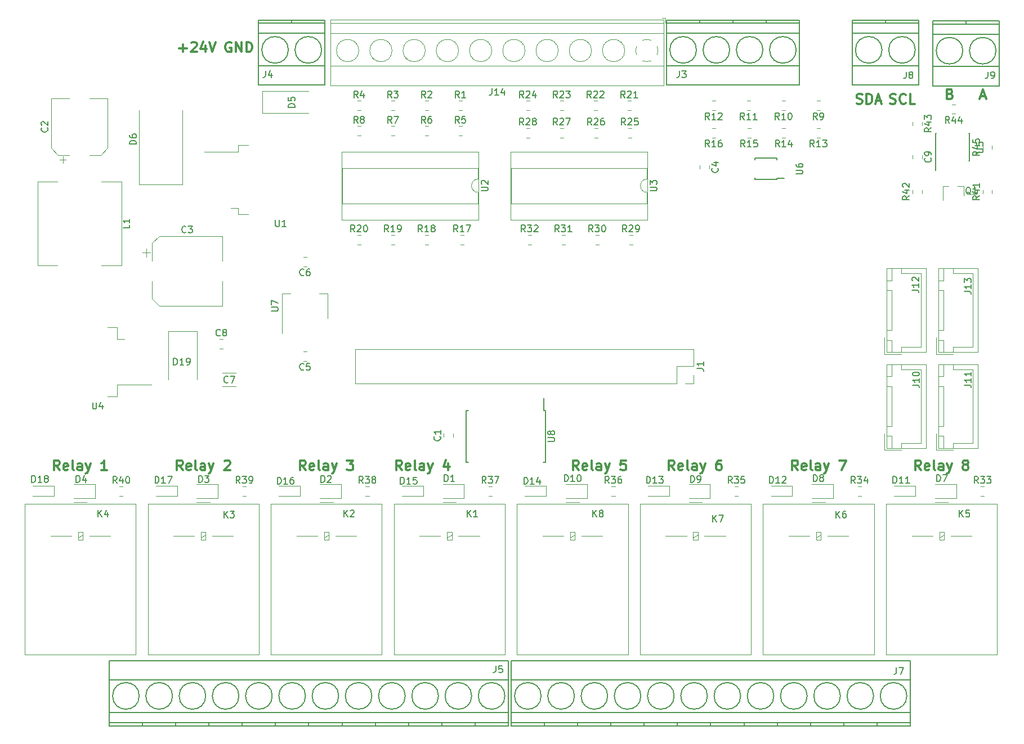
<source format=gbr>
G04 #@! TF.GenerationSoftware,KiCad,Pcbnew,5.1.2*
G04 #@! TF.CreationDate,2019-06-10T17:55:51+05:30*
G04 #@! TF.ProjectId,openPlc_Rpi,6f70656e-506c-4635-9f52-70692e6b6963,rev?*
G04 #@! TF.SameCoordinates,Original*
G04 #@! TF.FileFunction,Legend,Top*
G04 #@! TF.FilePolarity,Positive*
%FSLAX46Y46*%
G04 Gerber Fmt 4.6, Leading zero omitted, Abs format (unit mm)*
G04 Created by KiCad (PCBNEW 5.1.2) date 2019-06-10 17:55:51*
%MOMM*%
%LPD*%
G04 APERTURE LIST*
%ADD10C,0.300000*%
%ADD11C,0.120000*%
%ADD12C,0.150000*%
G04 APERTURE END LIST*
D10*
X68657142Y-51840000D02*
X68514285Y-51768571D01*
X68300000Y-51768571D01*
X68085714Y-51840000D01*
X67942857Y-51982857D01*
X67871428Y-52125714D01*
X67800000Y-52411428D01*
X67800000Y-52625714D01*
X67871428Y-52911428D01*
X67942857Y-53054285D01*
X68085714Y-53197142D01*
X68300000Y-53268571D01*
X68442857Y-53268571D01*
X68657142Y-53197142D01*
X68728571Y-53125714D01*
X68728571Y-52625714D01*
X68442857Y-52625714D01*
X69371428Y-53268571D02*
X69371428Y-51768571D01*
X70228571Y-53268571D01*
X70228571Y-51768571D01*
X70942857Y-53268571D02*
X70942857Y-51768571D01*
X71300000Y-51768571D01*
X71514285Y-51840000D01*
X71657142Y-51982857D01*
X71728571Y-52125714D01*
X71800000Y-52411428D01*
X71800000Y-52625714D01*
X71728571Y-52911428D01*
X71657142Y-53054285D01*
X71514285Y-53197142D01*
X71300000Y-53268571D01*
X70942857Y-53268571D01*
X60857142Y-52697142D02*
X62000000Y-52697142D01*
X61428571Y-53268571D02*
X61428571Y-52125714D01*
X62642857Y-51911428D02*
X62714285Y-51840000D01*
X62857142Y-51768571D01*
X63214285Y-51768571D01*
X63357142Y-51840000D01*
X63428571Y-51911428D01*
X63500000Y-52054285D01*
X63500000Y-52197142D01*
X63428571Y-52411428D01*
X62571428Y-53268571D01*
X63500000Y-53268571D01*
X64785714Y-52268571D02*
X64785714Y-53268571D01*
X64428571Y-51697142D02*
X64071428Y-52768571D01*
X65000000Y-52768571D01*
X65357142Y-51768571D02*
X65857142Y-53268571D01*
X66357142Y-51768571D01*
X167764285Y-60997142D02*
X167978571Y-61068571D01*
X168335714Y-61068571D01*
X168478571Y-60997142D01*
X168550000Y-60925714D01*
X168621428Y-60782857D01*
X168621428Y-60640000D01*
X168550000Y-60497142D01*
X168478571Y-60425714D01*
X168335714Y-60354285D01*
X168050000Y-60282857D01*
X167907142Y-60211428D01*
X167835714Y-60140000D01*
X167764285Y-59997142D01*
X167764285Y-59854285D01*
X167835714Y-59711428D01*
X167907142Y-59640000D01*
X168050000Y-59568571D01*
X168407142Y-59568571D01*
X168621428Y-59640000D01*
X170121428Y-60925714D02*
X170050000Y-60997142D01*
X169835714Y-61068571D01*
X169692857Y-61068571D01*
X169478571Y-60997142D01*
X169335714Y-60854285D01*
X169264285Y-60711428D01*
X169192857Y-60425714D01*
X169192857Y-60211428D01*
X169264285Y-59925714D01*
X169335714Y-59782857D01*
X169478571Y-59640000D01*
X169692857Y-59568571D01*
X169835714Y-59568571D01*
X170050000Y-59640000D01*
X170121428Y-59711428D01*
X171478571Y-61068571D02*
X170764285Y-61068571D01*
X170764285Y-59568571D01*
X162728571Y-60997142D02*
X162942857Y-61068571D01*
X163300000Y-61068571D01*
X163442857Y-60997142D01*
X163514285Y-60925714D01*
X163585714Y-60782857D01*
X163585714Y-60640000D01*
X163514285Y-60497142D01*
X163442857Y-60425714D01*
X163300000Y-60354285D01*
X163014285Y-60282857D01*
X162871428Y-60211428D01*
X162800000Y-60140000D01*
X162728571Y-59997142D01*
X162728571Y-59854285D01*
X162800000Y-59711428D01*
X162871428Y-59640000D01*
X163014285Y-59568571D01*
X163371428Y-59568571D01*
X163585714Y-59640000D01*
X164228571Y-61068571D02*
X164228571Y-59568571D01*
X164585714Y-59568571D01*
X164800000Y-59640000D01*
X164942857Y-59782857D01*
X165014285Y-59925714D01*
X165085714Y-60211428D01*
X165085714Y-60425714D01*
X165014285Y-60711428D01*
X164942857Y-60854285D01*
X164800000Y-60997142D01*
X164585714Y-61068571D01*
X164228571Y-61068571D01*
X165657142Y-60640000D02*
X166371428Y-60640000D01*
X165514285Y-61068571D02*
X166014285Y-59568571D01*
X166514285Y-61068571D01*
X176807142Y-59582857D02*
X177021428Y-59654285D01*
X177092857Y-59725714D01*
X177164285Y-59868571D01*
X177164285Y-60082857D01*
X177092857Y-60225714D01*
X177021428Y-60297142D01*
X176878571Y-60368571D01*
X176307142Y-60368571D01*
X176307142Y-58868571D01*
X176807142Y-58868571D01*
X176950000Y-58940000D01*
X177021428Y-59011428D01*
X177092857Y-59154285D01*
X177092857Y-59297142D01*
X177021428Y-59440000D01*
X176950000Y-59511428D01*
X176807142Y-59582857D01*
X176307142Y-59582857D01*
X181342857Y-59940000D02*
X182057142Y-59940000D01*
X181200000Y-60368571D02*
X181700000Y-58868571D01*
X182200000Y-60368571D01*
X172406857Y-116248571D02*
X171906857Y-115534285D01*
X171549714Y-116248571D02*
X171549714Y-114748571D01*
X172121142Y-114748571D01*
X172264000Y-114820000D01*
X172335428Y-114891428D01*
X172406857Y-115034285D01*
X172406857Y-115248571D01*
X172335428Y-115391428D01*
X172264000Y-115462857D01*
X172121142Y-115534285D01*
X171549714Y-115534285D01*
X173621142Y-116177142D02*
X173478285Y-116248571D01*
X173192571Y-116248571D01*
X173049714Y-116177142D01*
X172978285Y-116034285D01*
X172978285Y-115462857D01*
X173049714Y-115320000D01*
X173192571Y-115248571D01*
X173478285Y-115248571D01*
X173621142Y-115320000D01*
X173692571Y-115462857D01*
X173692571Y-115605714D01*
X172978285Y-115748571D01*
X174549714Y-116248571D02*
X174406857Y-116177142D01*
X174335428Y-116034285D01*
X174335428Y-114748571D01*
X175764000Y-116248571D02*
X175764000Y-115462857D01*
X175692571Y-115320000D01*
X175549714Y-115248571D01*
X175264000Y-115248571D01*
X175121142Y-115320000D01*
X175764000Y-116177142D02*
X175621142Y-116248571D01*
X175264000Y-116248571D01*
X175121142Y-116177142D01*
X175049714Y-116034285D01*
X175049714Y-115891428D01*
X175121142Y-115748571D01*
X175264000Y-115677142D01*
X175621142Y-115677142D01*
X175764000Y-115605714D01*
X176335428Y-115248571D02*
X176692571Y-116248571D01*
X177049714Y-115248571D02*
X176692571Y-116248571D01*
X176549714Y-116605714D01*
X176478285Y-116677142D01*
X176335428Y-116748571D01*
X178978285Y-115391428D02*
X178835428Y-115320000D01*
X178764000Y-115248571D01*
X178692571Y-115105714D01*
X178692571Y-115034285D01*
X178764000Y-114891428D01*
X178835428Y-114820000D01*
X178978285Y-114748571D01*
X179264000Y-114748571D01*
X179406857Y-114820000D01*
X179478285Y-114891428D01*
X179549714Y-115034285D01*
X179549714Y-115105714D01*
X179478285Y-115248571D01*
X179406857Y-115320000D01*
X179264000Y-115391428D01*
X178978285Y-115391428D01*
X178835428Y-115462857D01*
X178764000Y-115534285D01*
X178692571Y-115677142D01*
X178692571Y-115962857D01*
X178764000Y-116105714D01*
X178835428Y-116177142D01*
X178978285Y-116248571D01*
X179264000Y-116248571D01*
X179406857Y-116177142D01*
X179478285Y-116105714D01*
X179549714Y-115962857D01*
X179549714Y-115677142D01*
X179478285Y-115534285D01*
X179406857Y-115462857D01*
X179264000Y-115391428D01*
X153901141Y-116248571D02*
X153401141Y-115534285D01*
X153043998Y-116248571D02*
X153043998Y-114748571D01*
X153615426Y-114748571D01*
X153758284Y-114820000D01*
X153829712Y-114891428D01*
X153901141Y-115034285D01*
X153901141Y-115248571D01*
X153829712Y-115391428D01*
X153758284Y-115462857D01*
X153615426Y-115534285D01*
X153043998Y-115534285D01*
X155115426Y-116177142D02*
X154972569Y-116248571D01*
X154686855Y-116248571D01*
X154543998Y-116177142D01*
X154472569Y-116034285D01*
X154472569Y-115462857D01*
X154543998Y-115320000D01*
X154686855Y-115248571D01*
X154972569Y-115248571D01*
X155115426Y-115320000D01*
X155186855Y-115462857D01*
X155186855Y-115605714D01*
X154472569Y-115748571D01*
X156043998Y-116248571D02*
X155901141Y-116177142D01*
X155829712Y-116034285D01*
X155829712Y-114748571D01*
X157258284Y-116248571D02*
X157258284Y-115462857D01*
X157186855Y-115320000D01*
X157043998Y-115248571D01*
X156758284Y-115248571D01*
X156615426Y-115320000D01*
X157258284Y-116177142D02*
X157115426Y-116248571D01*
X156758284Y-116248571D01*
X156615426Y-116177142D01*
X156543998Y-116034285D01*
X156543998Y-115891428D01*
X156615426Y-115748571D01*
X156758284Y-115677142D01*
X157115426Y-115677142D01*
X157258284Y-115605714D01*
X157829712Y-115248571D02*
X158186855Y-116248571D01*
X158543998Y-115248571D02*
X158186855Y-116248571D01*
X158043998Y-116605714D01*
X157972569Y-116677142D01*
X157829712Y-116748571D01*
X160115426Y-114748571D02*
X161115426Y-114748571D01*
X160472569Y-116248571D01*
X135322857Y-116248571D02*
X134822857Y-115534285D01*
X134465714Y-116248571D02*
X134465714Y-114748571D01*
X135037142Y-114748571D01*
X135180000Y-114820000D01*
X135251428Y-114891428D01*
X135322857Y-115034285D01*
X135322857Y-115248571D01*
X135251428Y-115391428D01*
X135180000Y-115462857D01*
X135037142Y-115534285D01*
X134465714Y-115534285D01*
X136537142Y-116177142D02*
X136394285Y-116248571D01*
X136108571Y-116248571D01*
X135965714Y-116177142D01*
X135894285Y-116034285D01*
X135894285Y-115462857D01*
X135965714Y-115320000D01*
X136108571Y-115248571D01*
X136394285Y-115248571D01*
X136537142Y-115320000D01*
X136608571Y-115462857D01*
X136608571Y-115605714D01*
X135894285Y-115748571D01*
X137465714Y-116248571D02*
X137322857Y-116177142D01*
X137251428Y-116034285D01*
X137251428Y-114748571D01*
X138680000Y-116248571D02*
X138680000Y-115462857D01*
X138608571Y-115320000D01*
X138465714Y-115248571D01*
X138180000Y-115248571D01*
X138037142Y-115320000D01*
X138680000Y-116177142D02*
X138537142Y-116248571D01*
X138180000Y-116248571D01*
X138037142Y-116177142D01*
X137965714Y-116034285D01*
X137965714Y-115891428D01*
X138037142Y-115748571D01*
X138180000Y-115677142D01*
X138537142Y-115677142D01*
X138680000Y-115605714D01*
X139251428Y-115248571D02*
X139608571Y-116248571D01*
X139965714Y-115248571D02*
X139608571Y-116248571D01*
X139465714Y-116605714D01*
X139394285Y-116677142D01*
X139251428Y-116748571D01*
X142322857Y-114748571D02*
X142037142Y-114748571D01*
X141894285Y-114820000D01*
X141822857Y-114891428D01*
X141680000Y-115105714D01*
X141608571Y-115391428D01*
X141608571Y-115962857D01*
X141680000Y-116105714D01*
X141751428Y-116177142D01*
X141894285Y-116248571D01*
X142180000Y-116248571D01*
X142322857Y-116177142D01*
X142394285Y-116105714D01*
X142465714Y-115962857D01*
X142465714Y-115605714D01*
X142394285Y-115462857D01*
X142322857Y-115391428D01*
X142180000Y-115320000D01*
X141894285Y-115320000D01*
X141751428Y-115391428D01*
X141680000Y-115462857D01*
X141608571Y-115605714D01*
X120943285Y-116248571D02*
X120443285Y-115534285D01*
X120086142Y-116248571D02*
X120086142Y-114748571D01*
X120657570Y-114748571D01*
X120800428Y-114820000D01*
X120871856Y-114891428D01*
X120943285Y-115034285D01*
X120943285Y-115248571D01*
X120871856Y-115391428D01*
X120800428Y-115462857D01*
X120657570Y-115534285D01*
X120086142Y-115534285D01*
X122157570Y-116177142D02*
X122014713Y-116248571D01*
X121728999Y-116248571D01*
X121586142Y-116177142D01*
X121514713Y-116034285D01*
X121514713Y-115462857D01*
X121586142Y-115320000D01*
X121728999Y-115248571D01*
X122014713Y-115248571D01*
X122157570Y-115320000D01*
X122228999Y-115462857D01*
X122228999Y-115605714D01*
X121514713Y-115748571D01*
X123086142Y-116248571D02*
X122943285Y-116177142D01*
X122871856Y-116034285D01*
X122871856Y-114748571D01*
X124300428Y-116248571D02*
X124300428Y-115462857D01*
X124228999Y-115320000D01*
X124086142Y-115248571D01*
X123800428Y-115248571D01*
X123657570Y-115320000D01*
X124300428Y-116177142D02*
X124157570Y-116248571D01*
X123800428Y-116248571D01*
X123657570Y-116177142D01*
X123586142Y-116034285D01*
X123586142Y-115891428D01*
X123657570Y-115748571D01*
X123800428Y-115677142D01*
X124157570Y-115677142D01*
X124300428Y-115605714D01*
X124871856Y-115248571D02*
X125228999Y-116248571D01*
X125586142Y-115248571D02*
X125228999Y-116248571D01*
X125086142Y-116605714D01*
X125014713Y-116677142D01*
X124871856Y-116748571D01*
X128014713Y-114748571D02*
X127300428Y-114748571D01*
X127228999Y-115462857D01*
X127300428Y-115391428D01*
X127443285Y-115320000D01*
X127800428Y-115320000D01*
X127943285Y-115391428D01*
X128014713Y-115462857D01*
X128086142Y-115605714D01*
X128086142Y-115962857D01*
X128014713Y-116105714D01*
X127943285Y-116177142D01*
X127800428Y-116248571D01*
X127443285Y-116248571D01*
X127300428Y-116177142D01*
X127228999Y-116105714D01*
X94330426Y-116248571D02*
X93830426Y-115534285D01*
X93473283Y-116248571D02*
X93473283Y-114748571D01*
X94044711Y-114748571D01*
X94187569Y-114820000D01*
X94258997Y-114891428D01*
X94330426Y-115034285D01*
X94330426Y-115248571D01*
X94258997Y-115391428D01*
X94187569Y-115462857D01*
X94044711Y-115534285D01*
X93473283Y-115534285D01*
X95544711Y-116177142D02*
X95401854Y-116248571D01*
X95116140Y-116248571D01*
X94973283Y-116177142D01*
X94901854Y-116034285D01*
X94901854Y-115462857D01*
X94973283Y-115320000D01*
X95116140Y-115248571D01*
X95401854Y-115248571D01*
X95544711Y-115320000D01*
X95616140Y-115462857D01*
X95616140Y-115605714D01*
X94901854Y-115748571D01*
X96473283Y-116248571D02*
X96330426Y-116177142D01*
X96258997Y-116034285D01*
X96258997Y-114748571D01*
X97687569Y-116248571D02*
X97687569Y-115462857D01*
X97616140Y-115320000D01*
X97473283Y-115248571D01*
X97187569Y-115248571D01*
X97044711Y-115320000D01*
X97687569Y-116177142D02*
X97544711Y-116248571D01*
X97187569Y-116248571D01*
X97044711Y-116177142D01*
X96973283Y-116034285D01*
X96973283Y-115891428D01*
X97044711Y-115748571D01*
X97187569Y-115677142D01*
X97544711Y-115677142D01*
X97687569Y-115605714D01*
X98258997Y-115248571D02*
X98616140Y-116248571D01*
X98973283Y-115248571D02*
X98616140Y-116248571D01*
X98473283Y-116605714D01*
X98401854Y-116677142D01*
X98258997Y-116748571D01*
X101330426Y-115248571D02*
X101330426Y-116248571D01*
X100973283Y-114677142D02*
X100616140Y-115748571D01*
X101544711Y-115748571D01*
X79878285Y-116248571D02*
X79378285Y-115534285D01*
X79021142Y-116248571D02*
X79021142Y-114748571D01*
X79592570Y-114748571D01*
X79735428Y-114820000D01*
X79806856Y-114891428D01*
X79878285Y-115034285D01*
X79878285Y-115248571D01*
X79806856Y-115391428D01*
X79735428Y-115462857D01*
X79592570Y-115534285D01*
X79021142Y-115534285D01*
X81092570Y-116177142D02*
X80949713Y-116248571D01*
X80663999Y-116248571D01*
X80521142Y-116177142D01*
X80449713Y-116034285D01*
X80449713Y-115462857D01*
X80521142Y-115320000D01*
X80663999Y-115248571D01*
X80949713Y-115248571D01*
X81092570Y-115320000D01*
X81163999Y-115462857D01*
X81163999Y-115605714D01*
X80449713Y-115748571D01*
X82021142Y-116248571D02*
X81878285Y-116177142D01*
X81806856Y-116034285D01*
X81806856Y-114748571D01*
X83235428Y-116248571D02*
X83235428Y-115462857D01*
X83163999Y-115320000D01*
X83021142Y-115248571D01*
X82735428Y-115248571D01*
X82592570Y-115320000D01*
X83235428Y-116177142D02*
X83092570Y-116248571D01*
X82735428Y-116248571D01*
X82592570Y-116177142D01*
X82521142Y-116034285D01*
X82521142Y-115891428D01*
X82592570Y-115748571D01*
X82735428Y-115677142D01*
X83092570Y-115677142D01*
X83235428Y-115605714D01*
X83806856Y-115248571D02*
X84163999Y-116248571D01*
X84521142Y-115248571D02*
X84163999Y-116248571D01*
X84021142Y-116605714D01*
X83949713Y-116677142D01*
X83806856Y-116748571D01*
X86092570Y-114748571D02*
X87021142Y-114748571D01*
X86521142Y-115320000D01*
X86735428Y-115320000D01*
X86878285Y-115391428D01*
X86949713Y-115462857D01*
X87021142Y-115605714D01*
X87021142Y-115962857D01*
X86949713Y-116105714D01*
X86878285Y-116177142D01*
X86735428Y-116248571D01*
X86306856Y-116248571D01*
X86163999Y-116177142D01*
X86092570Y-116105714D01*
X61372571Y-116248571D02*
X60872571Y-115534285D01*
X60515428Y-116248571D02*
X60515428Y-114748571D01*
X61086856Y-114748571D01*
X61229714Y-114820000D01*
X61301142Y-114891428D01*
X61372571Y-115034285D01*
X61372571Y-115248571D01*
X61301142Y-115391428D01*
X61229714Y-115462857D01*
X61086856Y-115534285D01*
X60515428Y-115534285D01*
X62586856Y-116177142D02*
X62443999Y-116248571D01*
X62158285Y-116248571D01*
X62015428Y-116177142D01*
X61943999Y-116034285D01*
X61943999Y-115462857D01*
X62015428Y-115320000D01*
X62158285Y-115248571D01*
X62443999Y-115248571D01*
X62586856Y-115320000D01*
X62658285Y-115462857D01*
X62658285Y-115605714D01*
X61943999Y-115748571D01*
X63515428Y-116248571D02*
X63372571Y-116177142D01*
X63301142Y-116034285D01*
X63301142Y-114748571D01*
X64729714Y-116248571D02*
X64729714Y-115462857D01*
X64658285Y-115320000D01*
X64515428Y-115248571D01*
X64229714Y-115248571D01*
X64086856Y-115320000D01*
X64729714Y-116177142D02*
X64586856Y-116248571D01*
X64229714Y-116248571D01*
X64086856Y-116177142D01*
X64015428Y-116034285D01*
X64015428Y-115891428D01*
X64086856Y-115748571D01*
X64229714Y-115677142D01*
X64586856Y-115677142D01*
X64729714Y-115605714D01*
X65301142Y-115248571D02*
X65658285Y-116248571D01*
X66015428Y-115248571D02*
X65658285Y-116248571D01*
X65515428Y-116605714D01*
X65443999Y-116677142D01*
X65301142Y-116748571D01*
X67658285Y-114891428D02*
X67729714Y-114820000D01*
X67872571Y-114748571D01*
X68229714Y-114748571D01*
X68372571Y-114820000D01*
X68443999Y-114891428D01*
X68515428Y-115034285D01*
X68515428Y-115177142D01*
X68443999Y-115391428D01*
X67586856Y-116248571D01*
X68515428Y-116248571D01*
X42866857Y-116248571D02*
X42366857Y-115534285D01*
X42009714Y-116248571D02*
X42009714Y-114748571D01*
X42581142Y-114748571D01*
X42724000Y-114820000D01*
X42795428Y-114891428D01*
X42866857Y-115034285D01*
X42866857Y-115248571D01*
X42795428Y-115391428D01*
X42724000Y-115462857D01*
X42581142Y-115534285D01*
X42009714Y-115534285D01*
X44081142Y-116177142D02*
X43938285Y-116248571D01*
X43652571Y-116248571D01*
X43509714Y-116177142D01*
X43438285Y-116034285D01*
X43438285Y-115462857D01*
X43509714Y-115320000D01*
X43652571Y-115248571D01*
X43938285Y-115248571D01*
X44081142Y-115320000D01*
X44152571Y-115462857D01*
X44152571Y-115605714D01*
X43438285Y-115748571D01*
X45009714Y-116248571D02*
X44866857Y-116177142D01*
X44795428Y-116034285D01*
X44795428Y-114748571D01*
X46224000Y-116248571D02*
X46224000Y-115462857D01*
X46152571Y-115320000D01*
X46009714Y-115248571D01*
X45724000Y-115248571D01*
X45581142Y-115320000D01*
X46224000Y-116177142D02*
X46081142Y-116248571D01*
X45724000Y-116248571D01*
X45581142Y-116177142D01*
X45509714Y-116034285D01*
X45509714Y-115891428D01*
X45581142Y-115748571D01*
X45724000Y-115677142D01*
X46081142Y-115677142D01*
X46224000Y-115605714D01*
X46795428Y-115248571D02*
X47152571Y-116248571D01*
X47509714Y-115248571D02*
X47152571Y-116248571D01*
X47009714Y-116605714D01*
X46938285Y-116677142D01*
X46795428Y-116748571D01*
X50009714Y-116248571D02*
X49152571Y-116248571D01*
X49581142Y-116248571D02*
X49581142Y-114748571D01*
X49438285Y-114962857D01*
X49295428Y-115105714D01*
X49152571Y-115177142D01*
D11*
X133980000Y-48150556D02*
X133480000Y-48150556D01*
X133980000Y-48890556D02*
X133980000Y-48150556D01*
X87407000Y-52027556D02*
X87454000Y-51981556D01*
X85110000Y-54325556D02*
X85145000Y-54289556D01*
X87214000Y-51811556D02*
X87249000Y-51776556D01*
X84905000Y-54119556D02*
X84952000Y-54073556D01*
X92407000Y-52027556D02*
X92454000Y-51981556D01*
X90110000Y-54325556D02*
X90145000Y-54289556D01*
X92214000Y-51811556D02*
X92249000Y-51776556D01*
X89905000Y-54119556D02*
X89952000Y-54073556D01*
X97407000Y-52027556D02*
X97454000Y-51981556D01*
X95110000Y-54325556D02*
X95145000Y-54289556D01*
X97214000Y-51811556D02*
X97249000Y-51776556D01*
X94905000Y-54119556D02*
X94952000Y-54073556D01*
X102407000Y-52027556D02*
X102454000Y-51981556D01*
X100110000Y-54325556D02*
X100145000Y-54289556D01*
X102214000Y-51811556D02*
X102249000Y-51776556D01*
X99905000Y-54119556D02*
X99952000Y-54073556D01*
X107407000Y-52027556D02*
X107454000Y-51981556D01*
X105110000Y-54325556D02*
X105145000Y-54289556D01*
X107214000Y-51811556D02*
X107249000Y-51776556D01*
X104905000Y-54119556D02*
X104952000Y-54073556D01*
X112407000Y-52027556D02*
X112454000Y-51981556D01*
X110110000Y-54325556D02*
X110145000Y-54289556D01*
X112214000Y-51811556D02*
X112249000Y-51776556D01*
X109905000Y-54119556D02*
X109952000Y-54073556D01*
X117407000Y-52027556D02*
X117454000Y-51981556D01*
X115110000Y-54325556D02*
X115145000Y-54289556D01*
X117214000Y-51811556D02*
X117249000Y-51776556D01*
X114905000Y-54119556D02*
X114952000Y-54073556D01*
X122407000Y-52027556D02*
X122454000Y-51981556D01*
X120110000Y-54325556D02*
X120145000Y-54289556D01*
X122214000Y-51811556D02*
X122249000Y-51776556D01*
X119905000Y-54119556D02*
X119952000Y-54073556D01*
X127407000Y-52027556D02*
X127454000Y-51981556D01*
X125110000Y-54325556D02*
X125145000Y-54289556D01*
X127214000Y-51811556D02*
X127249000Y-51776556D01*
X124905000Y-54119556D02*
X124952000Y-54073556D01*
X83620000Y-58311556D02*
X83620000Y-48390556D01*
X133740000Y-58311556D02*
X133740000Y-48390556D01*
X133740000Y-48390556D02*
X83620000Y-48390556D01*
X133740000Y-58311556D02*
X83620000Y-58311556D01*
X133740000Y-55351556D02*
X83620000Y-55351556D01*
X133740000Y-50450556D02*
X83620000Y-50450556D01*
X133740000Y-48950556D02*
X83620000Y-48950556D01*
X87860000Y-53050556D02*
G75*
G03X87860000Y-53050556I-1680000J0D01*
G01*
X92860000Y-53050556D02*
G75*
G03X92860000Y-53050556I-1680000J0D01*
G01*
X97860000Y-53050556D02*
G75*
G03X97860000Y-53050556I-1680000J0D01*
G01*
X102860000Y-53050556D02*
G75*
G03X102860000Y-53050556I-1680000J0D01*
G01*
X107860000Y-53050556D02*
G75*
G03X107860000Y-53050556I-1680000J0D01*
G01*
X112860000Y-53050556D02*
G75*
G03X112860000Y-53050556I-1680000J0D01*
G01*
X117860000Y-53050556D02*
G75*
G03X117860000Y-53050556I-1680000J0D01*
G01*
X122860000Y-53050556D02*
G75*
G03X122860000Y-53050556I-1680000J0D01*
G01*
X127860000Y-53050556D02*
G75*
G03X127860000Y-53050556I-1680000J0D01*
G01*
X131151195Y-51370303D02*
G75*
G02X131864000Y-51515556I28805J-1680253D01*
G01*
X132715426Y-52367514D02*
G75*
G02X132715000Y-53734556I-1535426J-683042D01*
G01*
X131863042Y-54585982D02*
G75*
G02X130496000Y-54585556I-683042J1535426D01*
G01*
X129644574Y-53733598D02*
G75*
G02X129645000Y-52366556I1535426J683042D01*
G01*
X130496682Y-51515800D02*
G75*
G02X131180000Y-51370556I683318J-1534756D01*
G01*
X171140000Y-68813748D02*
X171140000Y-69336252D01*
X172560000Y-68813748D02*
X172560000Y-69336252D01*
X66913748Y-97936000D02*
X67436252Y-97936000D01*
X66913748Y-96516000D02*
X67436252Y-96516000D01*
X80017252Y-84126000D02*
X79494748Y-84126000D01*
X80017252Y-85546000D02*
X79494748Y-85546000D01*
X80017252Y-98350000D02*
X79494748Y-98350000D01*
X80017252Y-99770000D02*
X79494748Y-99770000D01*
X139117000Y-70350748D02*
X139117000Y-70873252D01*
X140537000Y-70350748D02*
X140537000Y-70873252D01*
X55914000Y-82848000D02*
X55914000Y-84098000D01*
X55289000Y-83473000D02*
X56539000Y-83473000D01*
X56779000Y-90428563D02*
X57843437Y-91493000D01*
X56779000Y-82037437D02*
X57843437Y-80973000D01*
X56779000Y-82037437D02*
X56779000Y-84723000D01*
X56779000Y-90428563D02*
X56779000Y-87743000D01*
X57843437Y-91493000D02*
X67299000Y-91493000D01*
X57843437Y-80973000D02*
X67299000Y-80973000D01*
X67299000Y-80973000D02*
X67299000Y-84723000D01*
X67299000Y-91493000D02*
X67299000Y-87743000D01*
X42837000Y-69516000D02*
X43837000Y-69516000D01*
X43337000Y-70016000D02*
X43337000Y-69016000D01*
X49042563Y-68776000D02*
X50107000Y-67711563D01*
X42651437Y-68776000D02*
X41587000Y-67711563D01*
X42651437Y-68776000D02*
X44337000Y-68776000D01*
X49042563Y-68776000D02*
X47357000Y-68776000D01*
X50107000Y-67711563D02*
X50107000Y-60256000D01*
X41587000Y-67711563D02*
X41587000Y-60256000D01*
X41587000Y-60256000D02*
X44337000Y-60256000D01*
X50107000Y-60256000D02*
X47357000Y-60256000D01*
X102056000Y-111259252D02*
X102056000Y-110736748D01*
X100636000Y-111259252D02*
X100636000Y-110736748D01*
X183110000Y-67886252D02*
X183110000Y-67363748D01*
X181690000Y-67886252D02*
X181690000Y-67363748D01*
X177586252Y-61165000D02*
X177063748Y-61165000D01*
X177586252Y-62585000D02*
X177063748Y-62585000D01*
X171140000Y-63788748D02*
X171140000Y-64311252D01*
X172560000Y-63788748D02*
X172560000Y-64311252D01*
X172560000Y-74561252D02*
X172560000Y-74038748D01*
X171140000Y-74561252D02*
X171140000Y-74038748D01*
X183110000Y-74561252D02*
X183110000Y-74038748D01*
X181690000Y-74561252D02*
X181690000Y-74038748D01*
X51862748Y-120090000D02*
X52385252Y-120090000D01*
X51862748Y-118670000D02*
X52385252Y-118670000D01*
X70368462Y-120090000D02*
X70890966Y-120090000D01*
X70368462Y-118670000D02*
X70890966Y-118670000D01*
X88874176Y-120090000D02*
X89396680Y-120090000D01*
X88874176Y-118670000D02*
X89396680Y-118670000D01*
X107379890Y-120090000D02*
X107902394Y-120090000D01*
X107379890Y-118670000D02*
X107902394Y-118670000D01*
X125885604Y-120090000D02*
X126408108Y-120090000D01*
X125885604Y-118670000D02*
X126408108Y-118670000D01*
X144391318Y-120090000D02*
X144913822Y-120090000D01*
X144391318Y-118670000D02*
X144913822Y-118670000D01*
X162897032Y-120090000D02*
X163419536Y-120090000D01*
X162897032Y-118670000D02*
X163419536Y-118670000D01*
X181402748Y-120090000D02*
X181925252Y-120090000D01*
X181402748Y-118670000D02*
X181925252Y-118670000D01*
X113276748Y-82244000D02*
X113799252Y-82244000D01*
X113276748Y-80824000D02*
X113799252Y-80824000D01*
X118356748Y-82244000D02*
X118879252Y-82244000D01*
X118356748Y-80824000D02*
X118879252Y-80824000D01*
X123436748Y-82244000D02*
X123959252Y-82244000D01*
X123436748Y-80824000D02*
X123959252Y-80824000D01*
X128516748Y-82244000D02*
X129039252Y-82244000D01*
X128516748Y-80824000D02*
X129039252Y-80824000D01*
X113022748Y-66159185D02*
X113545252Y-66159185D01*
X113022748Y-64739185D02*
X113545252Y-64739185D01*
X118102748Y-66159185D02*
X118625252Y-66159185D01*
X118102748Y-64739185D02*
X118625252Y-64739185D01*
X123262748Y-66159185D02*
X123785252Y-66159185D01*
X123262748Y-64739185D02*
X123785252Y-64739185D01*
X128342748Y-66159185D02*
X128865252Y-66159185D01*
X128342748Y-64739185D02*
X128865252Y-64739185D01*
X113022748Y-62057370D02*
X113545252Y-62057370D01*
X113022748Y-60637370D02*
X113545252Y-60637370D01*
X118102748Y-62057370D02*
X118625252Y-62057370D01*
X118102748Y-60637370D02*
X118625252Y-60637370D01*
X123182748Y-62057370D02*
X123705252Y-62057370D01*
X123182748Y-60637370D02*
X123705252Y-60637370D01*
X128262748Y-62057370D02*
X128785252Y-62057370D01*
X128262748Y-60637370D02*
X128785252Y-60637370D01*
X87622748Y-82244000D02*
X88145252Y-82244000D01*
X87622748Y-80824000D02*
X88145252Y-80824000D01*
X92702748Y-82244000D02*
X93225252Y-82244000D01*
X92702748Y-80824000D02*
X93225252Y-80824000D01*
X97782748Y-82244000D02*
X98305252Y-82244000D01*
X97782748Y-80824000D02*
X98305252Y-80824000D01*
X103116748Y-82244000D02*
X103639252Y-82244000D01*
X103116748Y-80824000D02*
X103639252Y-80824000D01*
X141485252Y-64739185D02*
X140962748Y-64739185D01*
X141485252Y-66159185D02*
X140962748Y-66159185D01*
X146819252Y-64739185D02*
X146296748Y-64739185D01*
X146819252Y-66159185D02*
X146296748Y-66159185D01*
X152026252Y-64739185D02*
X151503748Y-64739185D01*
X152026252Y-66159185D02*
X151503748Y-66159185D01*
X157233252Y-64739185D02*
X156710748Y-64739185D01*
X157233252Y-66159185D02*
X156710748Y-66159185D01*
X141485252Y-60637370D02*
X140962748Y-60637370D01*
X141485252Y-62057370D02*
X140962748Y-62057370D01*
X146734585Y-60637370D02*
X146212081Y-60637370D01*
X146734585Y-62057370D02*
X146212081Y-62057370D01*
X151983918Y-60637370D02*
X151461414Y-60637370D01*
X151983918Y-62057370D02*
X151461414Y-62057370D01*
X157233252Y-60637370D02*
X156710748Y-60637370D01*
X157233252Y-62057370D02*
X156710748Y-62057370D01*
X87622748Y-65869184D02*
X88145252Y-65869184D01*
X87622748Y-64449184D02*
X88145252Y-64449184D01*
X92702748Y-65869184D02*
X93225252Y-65869184D01*
X92702748Y-64449184D02*
X93225252Y-64449184D01*
X97782748Y-65869184D02*
X98305252Y-65869184D01*
X97782748Y-64449184D02*
X98305252Y-64449184D01*
X102862748Y-65869184D02*
X103385252Y-65869184D01*
X102862748Y-64449184D02*
X103385252Y-64449184D01*
X87622748Y-62057370D02*
X88145252Y-62057370D01*
X87622748Y-60637370D02*
X88145252Y-60637370D01*
X92702748Y-62057370D02*
X93225252Y-62057370D01*
X92702748Y-60637370D02*
X93225252Y-60637370D01*
X97782748Y-62057370D02*
X98305252Y-62057370D01*
X97782748Y-60637370D02*
X98305252Y-60637370D01*
X102862748Y-62057370D02*
X103385252Y-62057370D01*
X102862748Y-60637370D02*
X103385252Y-60637370D01*
X63500000Y-95326000D02*
X63500000Y-102626000D01*
X59200000Y-95326000D02*
X59200000Y-102626000D01*
X63500000Y-95326000D02*
X59200000Y-95326000D01*
D12*
X179200000Y-49075000D02*
X179200000Y-48575000D01*
X184200000Y-50575000D02*
X174200000Y-50575000D01*
X184200000Y-55475000D02*
X174200000Y-55475000D01*
X184200000Y-49075000D02*
X174200000Y-49075000D01*
X184200000Y-48575000D02*
X174200000Y-48575000D01*
X174200000Y-48575000D02*
X174200000Y-58375000D01*
X174200000Y-58375000D02*
X184200000Y-58375000D01*
X184200000Y-58375000D02*
X184200000Y-48575000D01*
X178700000Y-53075000D02*
G75*
G03X178700000Y-53075000I-2000000J0D01*
G01*
X183700000Y-53075000D02*
G75*
G03X183700000Y-53075000I-2000000J0D01*
G01*
X174625000Y-69700000D02*
X174625000Y-71100000D01*
X179725000Y-69700000D02*
X179725000Y-65550000D01*
X174575000Y-69700000D02*
X174575000Y-65550000D01*
X179725000Y-69700000D02*
X179580000Y-69700000D01*
X179725000Y-65550000D02*
X179580000Y-65550000D01*
X174575000Y-65550000D02*
X174720000Y-65550000D01*
X174575000Y-69700000D02*
X174625000Y-69700000D01*
D11*
X178830000Y-73440000D02*
X178830000Y-74900000D01*
X175670000Y-73440000D02*
X175670000Y-75600000D01*
X175670000Y-73440000D02*
X176600000Y-73440000D01*
X178830000Y-73440000D02*
X177900000Y-73440000D01*
D12*
X167050000Y-48950000D02*
X167050000Y-48450000D01*
X172050000Y-50450000D02*
X162050000Y-50450000D01*
X172050000Y-55350000D02*
X162050000Y-55350000D01*
X172050000Y-48950000D02*
X162050000Y-48950000D01*
X172050000Y-48450000D02*
X162050000Y-48450000D01*
X162050000Y-48450000D02*
X162050000Y-58250000D01*
X162050000Y-58250000D02*
X172050000Y-58250000D01*
X172050000Y-58250000D02*
X172050000Y-48450000D01*
X166550000Y-52950000D02*
G75*
G03X166550000Y-52950000I-2000000J0D01*
G01*
X171550000Y-52950000D02*
G75*
G03X171550000Y-52950000I-2000000J0D01*
G01*
X115932000Y-107250000D02*
X115682000Y-107250000D01*
X115932000Y-115000000D02*
X115587000Y-115000000D01*
X104032000Y-115000000D02*
X104377000Y-115000000D01*
X104032000Y-107250000D02*
X104377000Y-107250000D01*
X115932000Y-107250000D02*
X115932000Y-115000000D01*
X104032000Y-107250000D02*
X104032000Y-115000000D01*
X115682000Y-107250000D02*
X115682000Y-105425000D01*
D11*
X165358284Y-144002000D02*
X165358284Y-121302000D01*
X165358284Y-121302000D02*
X148658284Y-121302000D01*
X148658284Y-121302000D02*
X148658284Y-144002000D01*
X148658284Y-144002000D02*
X165358284Y-144002000D01*
X156658284Y-126352000D02*
X157358284Y-125952000D01*
X157358284Y-126752000D02*
X157358284Y-125552000D01*
X157358284Y-125552000D02*
X156658284Y-125552000D01*
X156658284Y-125552000D02*
X156658284Y-126752000D01*
X156658284Y-126752000D02*
X157358284Y-126752000D01*
X156008284Y-121042000D02*
X158008284Y-121042000D01*
X152508284Y-126152000D02*
X155658284Y-126152000D01*
X158358284Y-126152000D02*
X161508284Y-126152000D01*
X103691142Y-120440000D02*
X103691142Y-118320000D01*
X100491142Y-120440000D02*
X103691142Y-120440000D01*
X103691142Y-118320000D02*
X100491142Y-118320000D01*
X94341142Y-118630000D02*
X97541142Y-118630000D01*
X97541142Y-120130000D02*
X94341142Y-120130000D01*
X97541142Y-120130000D02*
X97541142Y-118630000D01*
X109841142Y-144002000D02*
X109841142Y-121302000D01*
X109841142Y-121302000D02*
X93141142Y-121302000D01*
X93141142Y-121302000D02*
X93141142Y-144002000D01*
X93141142Y-144002000D02*
X109841142Y-144002000D01*
X101141142Y-126352000D02*
X101841142Y-125952000D01*
X101841142Y-126752000D02*
X101841142Y-125552000D01*
X101841142Y-125552000D02*
X101141142Y-125552000D01*
X101141142Y-125552000D02*
X101141142Y-126752000D01*
X101141142Y-126752000D02*
X101841142Y-126752000D01*
X100491142Y-121042000D02*
X102491142Y-121042000D01*
X96991142Y-126152000D02*
X100141142Y-126152000D01*
X102841142Y-126152000D02*
X105991142Y-126152000D01*
X91335428Y-144002000D02*
X91335428Y-121302000D01*
X91335428Y-121302000D02*
X74635428Y-121302000D01*
X74635428Y-121302000D02*
X74635428Y-144002000D01*
X74635428Y-144002000D02*
X91335428Y-144002000D01*
X82635428Y-126352000D02*
X83335428Y-125952000D01*
X83335428Y-126752000D02*
X83335428Y-125552000D01*
X83335428Y-125552000D02*
X82635428Y-125552000D01*
X82635428Y-125552000D02*
X82635428Y-126752000D01*
X82635428Y-126752000D02*
X83335428Y-126752000D01*
X81985428Y-121042000D02*
X83985428Y-121042000D01*
X78485428Y-126152000D02*
X81635428Y-126152000D01*
X84335428Y-126152000D02*
X87485428Y-126152000D01*
D12*
X54832000Y-150214000D02*
G75*
G03X54832000Y-150214000I-2000000J0D01*
G01*
X59832000Y-150214000D02*
G75*
G03X59832000Y-150214000I-2000000J0D01*
G01*
X64832000Y-150214000D02*
G75*
G03X64832000Y-150214000I-2000000J0D01*
G01*
X69832000Y-150214000D02*
G75*
G03X69832000Y-150214000I-2000000J0D01*
G01*
X74832000Y-150214000D02*
G75*
G03X74832000Y-150214000I-2000000J0D01*
G01*
X79832000Y-150214000D02*
G75*
G03X79832000Y-150214000I-2000000J0D01*
G01*
X84832000Y-150214000D02*
G75*
G03X84832000Y-150214000I-2000000J0D01*
G01*
X89832000Y-150214000D02*
G75*
G03X89832000Y-150214000I-2000000J0D01*
G01*
X94832000Y-150214000D02*
G75*
G03X94832000Y-150214000I-2000000J0D01*
G01*
X99832000Y-150214000D02*
G75*
G03X99832000Y-150214000I-2000000J0D01*
G01*
X104832000Y-150214000D02*
G75*
G03X104832000Y-150214000I-2000000J0D01*
G01*
X109832000Y-150214000D02*
G75*
G03X109832000Y-150214000I-2000000J0D01*
G01*
X50332000Y-144914000D02*
X50332000Y-154714000D01*
X110332000Y-144914000D02*
X50332000Y-144914000D01*
X110332000Y-154714000D02*
X110332000Y-144914000D01*
X50332000Y-154714000D02*
X110332000Y-154714000D01*
X50332000Y-154214000D02*
X110332000Y-154214000D01*
X50332000Y-147814000D02*
X110332000Y-147814000D01*
X50332000Y-152714000D02*
X110332000Y-152714000D01*
X55332000Y-154214000D02*
X55332000Y-154714000D01*
X60332000Y-154214000D02*
X60332000Y-154714000D01*
X65332000Y-154214000D02*
X65332000Y-154714000D01*
X70332000Y-154214000D02*
X70332000Y-154714000D01*
X75332000Y-154214000D02*
X75332000Y-154714000D01*
X80332000Y-154214000D02*
X80332000Y-154714000D01*
X85332000Y-154214000D02*
X85332000Y-154714000D01*
X90332000Y-154214000D02*
X90332000Y-154714000D01*
X95332000Y-154214000D02*
X95332000Y-154714000D01*
X100332000Y-154214000D02*
X100332000Y-154714000D01*
X105332000Y-154214000D02*
X105332000Y-154714000D01*
D11*
X54324000Y-144002000D02*
X54324000Y-121302000D01*
X54324000Y-121302000D02*
X37624000Y-121302000D01*
X37624000Y-121302000D02*
X37624000Y-144002000D01*
X37624000Y-144002000D02*
X54324000Y-144002000D01*
X45624000Y-126352000D02*
X46324000Y-125952000D01*
X46324000Y-126752000D02*
X46324000Y-125552000D01*
X46324000Y-125552000D02*
X45624000Y-125552000D01*
X45624000Y-125552000D02*
X45624000Y-126752000D01*
X45624000Y-126752000D02*
X46324000Y-126752000D01*
X44974000Y-121042000D02*
X46974000Y-121042000D01*
X41474000Y-126152000D02*
X44624000Y-126152000D01*
X47324000Y-126152000D02*
X50474000Y-126152000D01*
X128346856Y-144002000D02*
X128346856Y-121302000D01*
X128346856Y-121302000D02*
X111646856Y-121302000D01*
X111646856Y-121302000D02*
X111646856Y-144002000D01*
X111646856Y-144002000D02*
X128346856Y-144002000D01*
X119646856Y-126352000D02*
X120346856Y-125952000D01*
X120346856Y-126752000D02*
X120346856Y-125552000D01*
X120346856Y-125552000D02*
X119646856Y-125552000D01*
X119646856Y-125552000D02*
X119646856Y-126752000D01*
X119646856Y-126752000D02*
X120346856Y-126752000D01*
X118996856Y-121042000D02*
X120996856Y-121042000D01*
X115496856Y-126152000D02*
X118646856Y-126152000D01*
X121346856Y-126152000D02*
X124496856Y-126152000D01*
X146852570Y-144002000D02*
X146852570Y-121302000D01*
X146852570Y-121302000D02*
X130152570Y-121302000D01*
X130152570Y-121302000D02*
X130152570Y-144002000D01*
X130152570Y-144002000D02*
X146852570Y-144002000D01*
X138152570Y-126352000D02*
X138852570Y-125952000D01*
X138852570Y-126752000D02*
X138852570Y-125552000D01*
X138852570Y-125552000D02*
X138152570Y-125552000D01*
X138152570Y-125552000D02*
X138152570Y-126752000D01*
X138152570Y-126752000D02*
X138852570Y-126752000D01*
X137502570Y-121042000D02*
X139502570Y-121042000D01*
X134002570Y-126152000D02*
X137152570Y-126152000D01*
X139852570Y-126152000D02*
X143002570Y-126152000D01*
X183864000Y-144002000D02*
X183864000Y-121302000D01*
X183864000Y-121302000D02*
X167164000Y-121302000D01*
X167164000Y-121302000D02*
X167164000Y-144002000D01*
X167164000Y-144002000D02*
X183864000Y-144002000D01*
X175164000Y-126352000D02*
X175864000Y-125952000D01*
X175864000Y-126752000D02*
X175864000Y-125552000D01*
X175864000Y-125552000D02*
X175164000Y-125552000D01*
X175164000Y-125552000D02*
X175164000Y-126752000D01*
X175164000Y-126752000D02*
X175864000Y-126752000D01*
X174514000Y-121042000D02*
X176514000Y-121042000D01*
X171014000Y-126152000D02*
X174164000Y-126152000D01*
X176864000Y-126152000D02*
X180014000Y-126152000D01*
X72829714Y-144002000D02*
X72829714Y-121302000D01*
X72829714Y-121302000D02*
X56129714Y-121302000D01*
X56129714Y-121302000D02*
X56129714Y-144002000D01*
X56129714Y-144002000D02*
X72829714Y-144002000D01*
X64129714Y-126352000D02*
X64829714Y-125952000D01*
X64829714Y-126752000D02*
X64829714Y-125552000D01*
X64829714Y-125552000D02*
X64129714Y-125552000D01*
X64129714Y-125552000D02*
X64129714Y-126752000D01*
X64129714Y-126752000D02*
X64829714Y-126752000D01*
X63479714Y-121042000D02*
X65479714Y-121042000D01*
X59979714Y-126152000D02*
X63129714Y-126152000D01*
X65829714Y-126152000D02*
X68979714Y-126152000D01*
X138236000Y-103184000D02*
X138236000Y-101914000D01*
X136906000Y-103184000D02*
X138236000Y-103184000D01*
X135636000Y-100584000D02*
X135636000Y-103184000D01*
X138236000Y-100584000D02*
X135636000Y-100584000D01*
X138236000Y-97984000D02*
X138236000Y-100584000D01*
X87316000Y-97984000D02*
X138236000Y-97984000D01*
X87316000Y-103184000D02*
X87316000Y-97984000D01*
X135636000Y-103184000D02*
X87316000Y-103184000D01*
X51536999Y-96536000D02*
X52636999Y-96536000D01*
X51536999Y-94726000D02*
X51536999Y-96536000D01*
X50036999Y-94726000D02*
X51536999Y-94726000D01*
X51536999Y-103316000D02*
X56661999Y-103316000D01*
X51536999Y-105126000D02*
X51536999Y-103316000D01*
X50036999Y-105126000D02*
X51536999Y-105126000D01*
X71248001Y-67317000D02*
X69748001Y-67317000D01*
X69748001Y-67317000D02*
X69748001Y-68267000D01*
X69748001Y-68267000D02*
X64623001Y-68267000D01*
X71248001Y-77717000D02*
X69748001Y-77717000D01*
X69748001Y-77717000D02*
X69748001Y-76767000D01*
X69748001Y-76767000D02*
X68648001Y-76767000D01*
X42547000Y-85421000D02*
X39547000Y-85421000D01*
X39547000Y-85421000D02*
X39547000Y-72821000D01*
X39547000Y-72821000D02*
X42547000Y-72821000D01*
X49147000Y-72821000D02*
X52147000Y-72821000D01*
X52147000Y-72821000D02*
X52147000Y-85421000D01*
X52147000Y-85421000D02*
X49147000Y-85421000D01*
X73364000Y-59183000D02*
X73364000Y-62483000D01*
X73364000Y-62483000D02*
X80264000Y-62483000D01*
X73364000Y-59183000D02*
X80264000Y-59183000D01*
X69350000Y-101606000D02*
X67350000Y-101606000D01*
X67350000Y-103646000D02*
X69350000Y-103646000D01*
X61289000Y-73221000D02*
X54789000Y-73221000D01*
X61289000Y-73221000D02*
X61289000Y-62021000D01*
X54789000Y-73221000D02*
X54789000Y-62021000D01*
X171564000Y-120130000D02*
X171564000Y-118630000D01*
X171564000Y-120130000D02*
X168364000Y-120130000D01*
X168364000Y-118630000D02*
X171564000Y-118630000D01*
X131352570Y-118630000D02*
X134552570Y-118630000D01*
X134552570Y-120130000D02*
X131352570Y-120130000D01*
X134552570Y-120130000D02*
X134552570Y-118630000D01*
X116046856Y-120130000D02*
X116046856Y-118630000D01*
X116046856Y-120130000D02*
X112846856Y-120130000D01*
X112846856Y-118630000D02*
X116046856Y-118630000D01*
X75835428Y-118630000D02*
X79035428Y-118630000D01*
X79035428Y-120130000D02*
X75835428Y-120130000D01*
X79035428Y-120130000D02*
X79035428Y-118630000D01*
X60529714Y-120130000D02*
X60529714Y-118630000D01*
X60529714Y-120130000D02*
X57329714Y-120130000D01*
X57329714Y-118630000D02*
X60529714Y-118630000D01*
X149858284Y-118630000D02*
X153058284Y-118630000D01*
X153058284Y-120130000D02*
X149858284Y-120130000D01*
X153058284Y-120130000D02*
X153058284Y-118630000D01*
X42024000Y-120130000D02*
X42024000Y-118630000D01*
X42024000Y-120130000D02*
X38824000Y-120130000D01*
X38824000Y-118630000D02*
X42024000Y-118630000D01*
X140702570Y-120440000D02*
X140702570Y-118320000D01*
X137502570Y-120440000D02*
X140702570Y-120440000D01*
X140702570Y-118320000D02*
X137502570Y-118320000D01*
X177714000Y-118320000D02*
X174514000Y-118320000D01*
X174514000Y-120440000D02*
X177714000Y-120440000D01*
X177714000Y-120440000D02*
X177714000Y-118320000D01*
X159208284Y-120440000D02*
X159208284Y-118320000D01*
X156008284Y-120440000D02*
X159208284Y-120440000D01*
X159208284Y-118320000D02*
X156008284Y-118320000D01*
X122196856Y-118320000D02*
X118996856Y-118320000D01*
X118996856Y-120440000D02*
X122196856Y-120440000D01*
X122196856Y-120440000D02*
X122196856Y-118320000D01*
X105874262Y-78546000D02*
X105874262Y-68266000D01*
X85314262Y-78546000D02*
X105874262Y-78546000D01*
X85314262Y-68266000D02*
X85314262Y-78546000D01*
X105874262Y-68266000D02*
X85314262Y-68266000D01*
X105814262Y-76056000D02*
X105814262Y-74406000D01*
X85374262Y-76056000D02*
X105814262Y-76056000D01*
X85374262Y-70756000D02*
X85374262Y-76056000D01*
X105814262Y-70756000D02*
X85374262Y-70756000D01*
X105814262Y-72406000D02*
X105814262Y-70756000D01*
X105814262Y-74406000D02*
G75*
G02X105814262Y-72406000I0J1000000D01*
G01*
X131218000Y-74406000D02*
G75*
G02X131218000Y-72406000I0J1000000D01*
G01*
X131218000Y-72406000D02*
X131218000Y-70756000D01*
X131218000Y-70756000D02*
X110778000Y-70756000D01*
X110778000Y-70756000D02*
X110778000Y-76056000D01*
X110778000Y-76056000D02*
X131218000Y-76056000D01*
X131218000Y-76056000D02*
X131218000Y-74406000D01*
X131278000Y-68266000D02*
X110718000Y-68266000D01*
X110718000Y-68266000D02*
X110718000Y-78546000D01*
X110718000Y-78546000D02*
X131278000Y-78546000D01*
X131278000Y-78546000D02*
X131278000Y-68266000D01*
D12*
X115284000Y-150214000D02*
G75*
G03X115284000Y-150214000I-2000000J0D01*
G01*
X120284000Y-150214000D02*
G75*
G03X120284000Y-150214000I-2000000J0D01*
G01*
X125284000Y-150214000D02*
G75*
G03X125284000Y-150214000I-2000000J0D01*
G01*
X130284000Y-150214000D02*
G75*
G03X130284000Y-150214000I-2000000J0D01*
G01*
X135284000Y-150214000D02*
G75*
G03X135284000Y-150214000I-2000000J0D01*
G01*
X140284000Y-150214000D02*
G75*
G03X140284000Y-150214000I-2000000J0D01*
G01*
X145284000Y-150214000D02*
G75*
G03X145284000Y-150214000I-2000000J0D01*
G01*
X150284000Y-150214000D02*
G75*
G03X150284000Y-150214000I-2000000J0D01*
G01*
X155284000Y-150214000D02*
G75*
G03X155284000Y-150214000I-2000000J0D01*
G01*
X160284000Y-150214000D02*
G75*
G03X160284000Y-150214000I-2000000J0D01*
G01*
X165284000Y-150214000D02*
G75*
G03X165284000Y-150214000I-2000000J0D01*
G01*
X170284000Y-150214000D02*
G75*
G03X170284000Y-150214000I-2000000J0D01*
G01*
X110784000Y-144914000D02*
X110784000Y-154714000D01*
X170784000Y-144914000D02*
X110784000Y-144914000D01*
X170784000Y-154714000D02*
X170784000Y-144914000D01*
X110784000Y-154714000D02*
X170784000Y-154714000D01*
X110784000Y-154214000D02*
X170784000Y-154214000D01*
X110784000Y-147814000D02*
X170784000Y-147814000D01*
X110784000Y-152714000D02*
X170784000Y-152714000D01*
X115784000Y-154214000D02*
X115784000Y-154714000D01*
X120784000Y-154214000D02*
X120784000Y-154714000D01*
X125784000Y-154214000D02*
X125784000Y-154714000D01*
X130784000Y-154214000D02*
X130784000Y-154714000D01*
X135784000Y-154214000D02*
X135784000Y-154714000D01*
X140784000Y-154214000D02*
X140784000Y-154714000D01*
X145784000Y-154214000D02*
X145784000Y-154714000D01*
X150784000Y-154214000D02*
X150784000Y-154714000D01*
X155784000Y-154214000D02*
X155784000Y-154714000D01*
X160784000Y-154214000D02*
X160784000Y-154714000D01*
X165784000Y-154214000D02*
X165784000Y-154714000D01*
X77764000Y-48950556D02*
X77764000Y-48450556D01*
X82764000Y-50450556D02*
X72764000Y-50450556D01*
X82764000Y-55350556D02*
X72764000Y-55350556D01*
X82764000Y-48950556D02*
X72764000Y-48950556D01*
X82764000Y-48450556D02*
X72764000Y-48450556D01*
X72764000Y-48450556D02*
X72764000Y-58250556D01*
X72764000Y-58250556D02*
X82764000Y-58250556D01*
X82764000Y-58250556D02*
X82764000Y-48450556D01*
X77264000Y-52950556D02*
G75*
G03X77264000Y-52950556I-2000000J0D01*
G01*
X82264000Y-52950556D02*
G75*
G03X82264000Y-52950556I-2000000J0D01*
G01*
X139138000Y-48950556D02*
X139138000Y-48450556D01*
X144138000Y-48950556D02*
X144138000Y-48450556D01*
X149138000Y-48950556D02*
X149138000Y-48450556D01*
X154138000Y-50450556D02*
X134138000Y-50450556D01*
X154138000Y-55350556D02*
X134138000Y-55350556D01*
X154138000Y-48950556D02*
X134138000Y-48950556D01*
X154138000Y-48450556D02*
X134138000Y-48450556D01*
X134138000Y-48450556D02*
X134138000Y-58250556D01*
X134138000Y-58250556D02*
X154138000Y-58250556D01*
X154138000Y-58250556D02*
X154138000Y-48450556D01*
X138638000Y-52950556D02*
G75*
G03X138638000Y-52950556I-2000000J0D01*
G01*
X143638000Y-52950556D02*
G75*
G03X143638000Y-52950556I-2000000J0D01*
G01*
X148638000Y-52950556D02*
G75*
G03X148638000Y-52950556I-2000000J0D01*
G01*
X153638000Y-52950556D02*
G75*
G03X153638000Y-52950556I-2000000J0D01*
G01*
D11*
X85185428Y-118320000D02*
X81985428Y-118320000D01*
X81985428Y-120440000D02*
X85185428Y-120440000D01*
X85185428Y-120440000D02*
X85185428Y-118320000D01*
X66679714Y-120440000D02*
X66679714Y-118320000D01*
X63479714Y-120440000D02*
X66679714Y-120440000D01*
X66679714Y-118320000D02*
X63479714Y-118320000D01*
X48174000Y-118320000D02*
X44974000Y-118320000D01*
X44974000Y-120440000D02*
X48174000Y-120440000D01*
X48174000Y-120440000D02*
X48174000Y-118320000D01*
D12*
X150723000Y-72491000D02*
X150723000Y-72316000D01*
X147473000Y-72491000D02*
X147473000Y-72216000D01*
X147473000Y-69241000D02*
X147473000Y-69516000D01*
X150723000Y-69241000D02*
X150723000Y-69516000D01*
X150723000Y-72491000D02*
X147473000Y-72491000D01*
X150723000Y-69241000D02*
X147473000Y-69241000D01*
X150723000Y-72316000D02*
X151798000Y-72316000D01*
D11*
X83162262Y-89601556D02*
X81902262Y-89601556D01*
X76342262Y-89601556D02*
X77602262Y-89601556D01*
X83162262Y-93361556D02*
X83162262Y-89601556D01*
X76342262Y-95611556D02*
X76342262Y-89601556D01*
X167225001Y-112899999D02*
X173175001Y-112899999D01*
X173175001Y-112899999D02*
X173175001Y-100299999D01*
X173175001Y-100299999D02*
X167225001Y-100299999D01*
X167225001Y-100299999D02*
X167225001Y-112899999D01*
X167225001Y-109599999D02*
X167975001Y-109599999D01*
X167975001Y-109599999D02*
X167975001Y-103599999D01*
X167975001Y-103599999D02*
X167225001Y-103599999D01*
X167225001Y-103599999D02*
X167225001Y-109599999D01*
X167225001Y-112899999D02*
X167975001Y-112899999D01*
X167975001Y-112899999D02*
X167975001Y-111099999D01*
X167975001Y-111099999D02*
X167225001Y-111099999D01*
X167225001Y-111099999D02*
X167225001Y-112899999D01*
X167225001Y-102099999D02*
X167975001Y-102099999D01*
X167975001Y-102099999D02*
X167975001Y-100299999D01*
X167975001Y-100299999D02*
X167225001Y-100299999D01*
X167225001Y-100299999D02*
X167225001Y-102099999D01*
X169475001Y-112899999D02*
X169475001Y-112149999D01*
X169475001Y-112149999D02*
X172425001Y-112149999D01*
X172425001Y-112149999D02*
X172425001Y-106599999D01*
X169475001Y-100299999D02*
X169475001Y-101049999D01*
X169475001Y-101049999D02*
X172425001Y-101049999D01*
X172425001Y-101049999D02*
X172425001Y-106599999D01*
X166925001Y-110699999D02*
X166925001Y-113199999D01*
X166925001Y-113199999D02*
X169425001Y-113199999D01*
X174725001Y-113199999D02*
X177225001Y-113199999D01*
X174725001Y-110699999D02*
X174725001Y-113199999D01*
X180225001Y-101049999D02*
X180225001Y-106599999D01*
X177275001Y-101049999D02*
X180225001Y-101049999D01*
X177275001Y-100299999D02*
X177275001Y-101049999D01*
X180225001Y-112149999D02*
X180225001Y-106599999D01*
X177275001Y-112149999D02*
X180225001Y-112149999D01*
X177275001Y-112899999D02*
X177275001Y-112149999D01*
X175025001Y-100299999D02*
X175025001Y-102099999D01*
X175775001Y-100299999D02*
X175025001Y-100299999D01*
X175775001Y-102099999D02*
X175775001Y-100299999D01*
X175025001Y-102099999D02*
X175775001Y-102099999D01*
X175025001Y-111099999D02*
X175025001Y-112899999D01*
X175775001Y-111099999D02*
X175025001Y-111099999D01*
X175775001Y-112899999D02*
X175775001Y-111099999D01*
X175025001Y-112899999D02*
X175775001Y-112899999D01*
X175025001Y-103599999D02*
X175025001Y-109599999D01*
X175775001Y-103599999D02*
X175025001Y-103599999D01*
X175775001Y-109599999D02*
X175775001Y-103599999D01*
X175025001Y-109599999D02*
X175775001Y-109599999D01*
X175025001Y-100299999D02*
X175025001Y-112899999D01*
X180975001Y-100299999D02*
X175025001Y-100299999D01*
X180975001Y-112899999D02*
X180975001Y-100299999D01*
X175025001Y-112899999D02*
X180975001Y-112899999D01*
X167225001Y-98449999D02*
X173175001Y-98449999D01*
X173175001Y-98449999D02*
X173175001Y-85849999D01*
X173175001Y-85849999D02*
X167225001Y-85849999D01*
X167225001Y-85849999D02*
X167225001Y-98449999D01*
X167225001Y-95149999D02*
X167975001Y-95149999D01*
X167975001Y-95149999D02*
X167975001Y-89149999D01*
X167975001Y-89149999D02*
X167225001Y-89149999D01*
X167225001Y-89149999D02*
X167225001Y-95149999D01*
X167225001Y-98449999D02*
X167975001Y-98449999D01*
X167975001Y-98449999D02*
X167975001Y-96649999D01*
X167975001Y-96649999D02*
X167225001Y-96649999D01*
X167225001Y-96649999D02*
X167225001Y-98449999D01*
X167225001Y-87649999D02*
X167975001Y-87649999D01*
X167975001Y-87649999D02*
X167975001Y-85849999D01*
X167975001Y-85849999D02*
X167225001Y-85849999D01*
X167225001Y-85849999D02*
X167225001Y-87649999D01*
X169475001Y-98449999D02*
X169475001Y-97699999D01*
X169475001Y-97699999D02*
X172425001Y-97699999D01*
X172425001Y-97699999D02*
X172425001Y-92149999D01*
X169475001Y-85849999D02*
X169475001Y-86599999D01*
X169475001Y-86599999D02*
X172425001Y-86599999D01*
X172425001Y-86599999D02*
X172425001Y-92149999D01*
X166925001Y-96249999D02*
X166925001Y-98749999D01*
X166925001Y-98749999D02*
X169425001Y-98749999D01*
X174725001Y-98749999D02*
X177225001Y-98749999D01*
X174725001Y-96249999D02*
X174725001Y-98749999D01*
X180225001Y-86599999D02*
X180225001Y-92149999D01*
X177275001Y-86599999D02*
X180225001Y-86599999D01*
X177275001Y-85849999D02*
X177275001Y-86599999D01*
X180225001Y-97699999D02*
X180225001Y-92149999D01*
X177275001Y-97699999D02*
X180225001Y-97699999D01*
X177275001Y-98449999D02*
X177275001Y-97699999D01*
X175025001Y-85849999D02*
X175025001Y-87649999D01*
X175775001Y-85849999D02*
X175025001Y-85849999D01*
X175775001Y-87649999D02*
X175775001Y-85849999D01*
X175025001Y-87649999D02*
X175775001Y-87649999D01*
X175025001Y-96649999D02*
X175025001Y-98449999D01*
X175775001Y-96649999D02*
X175025001Y-96649999D01*
X175775001Y-98449999D02*
X175775001Y-96649999D01*
X175025001Y-98449999D02*
X175775001Y-98449999D01*
X175025001Y-89149999D02*
X175025001Y-95149999D01*
X175775001Y-89149999D02*
X175025001Y-89149999D01*
X175775001Y-95149999D02*
X175775001Y-89149999D01*
X175025001Y-95149999D02*
X175775001Y-95149999D01*
X175025001Y-85849999D02*
X175025001Y-98449999D01*
X180975001Y-85849999D02*
X175025001Y-85849999D01*
X180975001Y-98449999D02*
X180975001Y-85849999D01*
X175025001Y-98449999D02*
X180975001Y-98449999D01*
D12*
X107870476Y-58762936D02*
X107870476Y-59477222D01*
X107822857Y-59620079D01*
X107727619Y-59715317D01*
X107584761Y-59762936D01*
X107489523Y-59762936D01*
X108870476Y-59762936D02*
X108299047Y-59762936D01*
X108584761Y-59762936D02*
X108584761Y-58762936D01*
X108489523Y-58905794D01*
X108394285Y-59001032D01*
X108299047Y-59048651D01*
X109727619Y-59096270D02*
X109727619Y-59762936D01*
X109489523Y-58715317D02*
X109251428Y-59429603D01*
X109870476Y-59429603D01*
X173857142Y-69241666D02*
X173904761Y-69289285D01*
X173952380Y-69432142D01*
X173952380Y-69527380D01*
X173904761Y-69670238D01*
X173809523Y-69765476D01*
X173714285Y-69813095D01*
X173523809Y-69860714D01*
X173380952Y-69860714D01*
X173190476Y-69813095D01*
X173095238Y-69765476D01*
X173000000Y-69670238D01*
X172952380Y-69527380D01*
X172952380Y-69432142D01*
X173000000Y-69289285D01*
X173047619Y-69241666D01*
X173952380Y-68765476D02*
X173952380Y-68575000D01*
X173904761Y-68479761D01*
X173857142Y-68432142D01*
X173714285Y-68336904D01*
X173523809Y-68289285D01*
X173142857Y-68289285D01*
X173047619Y-68336904D01*
X173000000Y-68384523D01*
X172952380Y-68479761D01*
X172952380Y-68670238D01*
X173000000Y-68765476D01*
X173047619Y-68813095D01*
X173142857Y-68860714D01*
X173380952Y-68860714D01*
X173476190Y-68813095D01*
X173523809Y-68765476D01*
X173571428Y-68670238D01*
X173571428Y-68479761D01*
X173523809Y-68384523D01*
X173476190Y-68336904D01*
X173380952Y-68289285D01*
X67008333Y-95933142D02*
X66960714Y-95980761D01*
X66817857Y-96028380D01*
X66722619Y-96028380D01*
X66579761Y-95980761D01*
X66484523Y-95885523D01*
X66436904Y-95790285D01*
X66389285Y-95599809D01*
X66389285Y-95456952D01*
X66436904Y-95266476D01*
X66484523Y-95171238D01*
X66579761Y-95076000D01*
X66722619Y-95028380D01*
X66817857Y-95028380D01*
X66960714Y-95076000D01*
X67008333Y-95123619D01*
X67579761Y-95456952D02*
X67484523Y-95409333D01*
X67436904Y-95361714D01*
X67389285Y-95266476D01*
X67389285Y-95218857D01*
X67436904Y-95123619D01*
X67484523Y-95076000D01*
X67579761Y-95028380D01*
X67770238Y-95028380D01*
X67865476Y-95076000D01*
X67913095Y-95123619D01*
X67960714Y-95218857D01*
X67960714Y-95266476D01*
X67913095Y-95361714D01*
X67865476Y-95409333D01*
X67770238Y-95456952D01*
X67579761Y-95456952D01*
X67484523Y-95504571D01*
X67436904Y-95552190D01*
X67389285Y-95647428D01*
X67389285Y-95837904D01*
X67436904Y-95933142D01*
X67484523Y-95980761D01*
X67579761Y-96028380D01*
X67770238Y-96028380D01*
X67865476Y-95980761D01*
X67913095Y-95933142D01*
X67960714Y-95837904D01*
X67960714Y-95647428D01*
X67913095Y-95552190D01*
X67865476Y-95504571D01*
X67770238Y-95456952D01*
X79589333Y-86843142D02*
X79541714Y-86890761D01*
X79398857Y-86938380D01*
X79303619Y-86938380D01*
X79160761Y-86890761D01*
X79065523Y-86795523D01*
X79017904Y-86700285D01*
X78970285Y-86509809D01*
X78970285Y-86366952D01*
X79017904Y-86176476D01*
X79065523Y-86081238D01*
X79160761Y-85986000D01*
X79303619Y-85938380D01*
X79398857Y-85938380D01*
X79541714Y-85986000D01*
X79589333Y-86033619D01*
X80446476Y-85938380D02*
X80256000Y-85938380D01*
X80160761Y-85986000D01*
X80113142Y-86033619D01*
X80017904Y-86176476D01*
X79970285Y-86366952D01*
X79970285Y-86747904D01*
X80017904Y-86843142D01*
X80065523Y-86890761D01*
X80160761Y-86938380D01*
X80351238Y-86938380D01*
X80446476Y-86890761D01*
X80494095Y-86843142D01*
X80541714Y-86747904D01*
X80541714Y-86509809D01*
X80494095Y-86414571D01*
X80446476Y-86366952D01*
X80351238Y-86319333D01*
X80160761Y-86319333D01*
X80065523Y-86366952D01*
X80017904Y-86414571D01*
X79970285Y-86509809D01*
X79589333Y-101067142D02*
X79541714Y-101114761D01*
X79398857Y-101162380D01*
X79303619Y-101162380D01*
X79160761Y-101114761D01*
X79065523Y-101019523D01*
X79017904Y-100924285D01*
X78970285Y-100733809D01*
X78970285Y-100590952D01*
X79017904Y-100400476D01*
X79065523Y-100305238D01*
X79160761Y-100210000D01*
X79303619Y-100162380D01*
X79398857Y-100162380D01*
X79541714Y-100210000D01*
X79589333Y-100257619D01*
X80494095Y-100162380D02*
X80017904Y-100162380D01*
X79970285Y-100638571D01*
X80017904Y-100590952D01*
X80113142Y-100543333D01*
X80351238Y-100543333D01*
X80446476Y-100590952D01*
X80494095Y-100638571D01*
X80541714Y-100733809D01*
X80541714Y-100971904D01*
X80494095Y-101067142D01*
X80446476Y-101114761D01*
X80351238Y-101162380D01*
X80113142Y-101162380D01*
X80017904Y-101114761D01*
X79970285Y-101067142D01*
X141834142Y-70778666D02*
X141881761Y-70826285D01*
X141929380Y-70969142D01*
X141929380Y-71064380D01*
X141881761Y-71207238D01*
X141786523Y-71302476D01*
X141691285Y-71350095D01*
X141500809Y-71397714D01*
X141357952Y-71397714D01*
X141167476Y-71350095D01*
X141072238Y-71302476D01*
X140977000Y-71207238D01*
X140929380Y-71064380D01*
X140929380Y-70969142D01*
X140977000Y-70826285D01*
X141024619Y-70778666D01*
X141262714Y-69921523D02*
X141929380Y-69921523D01*
X140881761Y-70159619D02*
X141596047Y-70397714D01*
X141596047Y-69778666D01*
X61872333Y-80390142D02*
X61824714Y-80437761D01*
X61681857Y-80485380D01*
X61586619Y-80485380D01*
X61443761Y-80437761D01*
X61348523Y-80342523D01*
X61300904Y-80247285D01*
X61253285Y-80056809D01*
X61253285Y-79913952D01*
X61300904Y-79723476D01*
X61348523Y-79628238D01*
X61443761Y-79533000D01*
X61586619Y-79485380D01*
X61681857Y-79485380D01*
X61824714Y-79533000D01*
X61872333Y-79580619D01*
X62205666Y-79485380D02*
X62824714Y-79485380D01*
X62491380Y-79866333D01*
X62634238Y-79866333D01*
X62729476Y-79913952D01*
X62777095Y-79961571D01*
X62824714Y-80056809D01*
X62824714Y-80294904D01*
X62777095Y-80390142D01*
X62729476Y-80437761D01*
X62634238Y-80485380D01*
X62348523Y-80485380D01*
X62253285Y-80437761D01*
X62205666Y-80390142D01*
X41004142Y-64682666D02*
X41051761Y-64730285D01*
X41099380Y-64873142D01*
X41099380Y-64968380D01*
X41051761Y-65111238D01*
X40956523Y-65206476D01*
X40861285Y-65254095D01*
X40670809Y-65301714D01*
X40527952Y-65301714D01*
X40337476Y-65254095D01*
X40242238Y-65206476D01*
X40147000Y-65111238D01*
X40099380Y-64968380D01*
X40099380Y-64873142D01*
X40147000Y-64730285D01*
X40194619Y-64682666D01*
X40194619Y-64301714D02*
X40147000Y-64254095D01*
X40099380Y-64158857D01*
X40099380Y-63920761D01*
X40147000Y-63825523D01*
X40194619Y-63777904D01*
X40289857Y-63730285D01*
X40385095Y-63730285D01*
X40527952Y-63777904D01*
X41099380Y-64349333D01*
X41099380Y-63730285D01*
X100053142Y-111164666D02*
X100100761Y-111212285D01*
X100148380Y-111355142D01*
X100148380Y-111450380D01*
X100100761Y-111593238D01*
X100005523Y-111688476D01*
X99910285Y-111736095D01*
X99719809Y-111783714D01*
X99576952Y-111783714D01*
X99386476Y-111736095D01*
X99291238Y-111688476D01*
X99196000Y-111593238D01*
X99148380Y-111450380D01*
X99148380Y-111355142D01*
X99196000Y-111212285D01*
X99243619Y-111164666D01*
X100148380Y-110212285D02*
X100148380Y-110783714D01*
X100148380Y-110498000D02*
X99148380Y-110498000D01*
X99291238Y-110593238D01*
X99386476Y-110688476D01*
X99434095Y-110783714D01*
X181202380Y-68267857D02*
X180726190Y-68601190D01*
X181202380Y-68839285D02*
X180202380Y-68839285D01*
X180202380Y-68458333D01*
X180250000Y-68363095D01*
X180297619Y-68315476D01*
X180392857Y-68267857D01*
X180535714Y-68267857D01*
X180630952Y-68315476D01*
X180678571Y-68363095D01*
X180726190Y-68458333D01*
X180726190Y-68839285D01*
X180535714Y-67410714D02*
X181202380Y-67410714D01*
X180154761Y-67648809D02*
X180869047Y-67886904D01*
X180869047Y-67267857D01*
X180202380Y-66410714D02*
X180202380Y-66886904D01*
X180678571Y-66934523D01*
X180630952Y-66886904D01*
X180583333Y-66791666D01*
X180583333Y-66553571D01*
X180630952Y-66458333D01*
X180678571Y-66410714D01*
X180773809Y-66363095D01*
X181011904Y-66363095D01*
X181107142Y-66410714D01*
X181154761Y-66458333D01*
X181202380Y-66553571D01*
X181202380Y-66791666D01*
X181154761Y-66886904D01*
X181107142Y-66934523D01*
X176682142Y-63977380D02*
X176348809Y-63501190D01*
X176110714Y-63977380D02*
X176110714Y-62977380D01*
X176491666Y-62977380D01*
X176586904Y-63025000D01*
X176634523Y-63072619D01*
X176682142Y-63167857D01*
X176682142Y-63310714D01*
X176634523Y-63405952D01*
X176586904Y-63453571D01*
X176491666Y-63501190D01*
X176110714Y-63501190D01*
X177539285Y-63310714D02*
X177539285Y-63977380D01*
X177301190Y-62929761D02*
X177063095Y-63644047D01*
X177682142Y-63644047D01*
X178491666Y-63310714D02*
X178491666Y-63977380D01*
X178253571Y-62929761D02*
X178015476Y-63644047D01*
X178634523Y-63644047D01*
X173952380Y-64692857D02*
X173476190Y-65026190D01*
X173952380Y-65264285D02*
X172952380Y-65264285D01*
X172952380Y-64883333D01*
X173000000Y-64788095D01*
X173047619Y-64740476D01*
X173142857Y-64692857D01*
X173285714Y-64692857D01*
X173380952Y-64740476D01*
X173428571Y-64788095D01*
X173476190Y-64883333D01*
X173476190Y-65264285D01*
X173285714Y-63835714D02*
X173952380Y-63835714D01*
X172904761Y-64073809D02*
X173619047Y-64311904D01*
X173619047Y-63692857D01*
X172952380Y-63407142D02*
X172952380Y-62788095D01*
X173333333Y-63121428D01*
X173333333Y-62978571D01*
X173380952Y-62883333D01*
X173428571Y-62835714D01*
X173523809Y-62788095D01*
X173761904Y-62788095D01*
X173857142Y-62835714D01*
X173904761Y-62883333D01*
X173952380Y-62978571D01*
X173952380Y-63264285D01*
X173904761Y-63359523D01*
X173857142Y-63407142D01*
X170652380Y-74942857D02*
X170176190Y-75276190D01*
X170652380Y-75514285D02*
X169652380Y-75514285D01*
X169652380Y-75133333D01*
X169700000Y-75038095D01*
X169747619Y-74990476D01*
X169842857Y-74942857D01*
X169985714Y-74942857D01*
X170080952Y-74990476D01*
X170128571Y-75038095D01*
X170176190Y-75133333D01*
X170176190Y-75514285D01*
X169985714Y-74085714D02*
X170652380Y-74085714D01*
X169604761Y-74323809D02*
X170319047Y-74561904D01*
X170319047Y-73942857D01*
X169747619Y-73609523D02*
X169700000Y-73561904D01*
X169652380Y-73466666D01*
X169652380Y-73228571D01*
X169700000Y-73133333D01*
X169747619Y-73085714D01*
X169842857Y-73038095D01*
X169938095Y-73038095D01*
X170080952Y-73085714D01*
X170652380Y-73657142D01*
X170652380Y-73038095D01*
X181202380Y-74942857D02*
X180726190Y-75276190D01*
X181202380Y-75514285D02*
X180202380Y-75514285D01*
X180202380Y-75133333D01*
X180250000Y-75038095D01*
X180297619Y-74990476D01*
X180392857Y-74942857D01*
X180535714Y-74942857D01*
X180630952Y-74990476D01*
X180678571Y-75038095D01*
X180726190Y-75133333D01*
X180726190Y-75514285D01*
X180535714Y-74085714D02*
X181202380Y-74085714D01*
X180154761Y-74323809D02*
X180869047Y-74561904D01*
X180869047Y-73942857D01*
X181202380Y-73038095D02*
X181202380Y-73609523D01*
X181202380Y-73323809D02*
X180202380Y-73323809D01*
X180345238Y-73419047D01*
X180440476Y-73514285D01*
X180488095Y-73609523D01*
X51481142Y-118182380D02*
X51147809Y-117706190D01*
X50909714Y-118182380D02*
X50909714Y-117182380D01*
X51290666Y-117182380D01*
X51385904Y-117230000D01*
X51433523Y-117277619D01*
X51481142Y-117372857D01*
X51481142Y-117515714D01*
X51433523Y-117610952D01*
X51385904Y-117658571D01*
X51290666Y-117706190D01*
X50909714Y-117706190D01*
X52338285Y-117515714D02*
X52338285Y-118182380D01*
X52100190Y-117134761D02*
X51862095Y-117849047D01*
X52481142Y-117849047D01*
X53052571Y-117182380D02*
X53147809Y-117182380D01*
X53243047Y-117230000D01*
X53290666Y-117277619D01*
X53338285Y-117372857D01*
X53385904Y-117563333D01*
X53385904Y-117801428D01*
X53338285Y-117991904D01*
X53290666Y-118087142D01*
X53243047Y-118134761D01*
X53147809Y-118182380D01*
X53052571Y-118182380D01*
X52957333Y-118134761D01*
X52909714Y-118087142D01*
X52862095Y-117991904D01*
X52814476Y-117801428D01*
X52814476Y-117563333D01*
X52862095Y-117372857D01*
X52909714Y-117277619D01*
X52957333Y-117230000D01*
X53052571Y-117182380D01*
X69986856Y-118182380D02*
X69653523Y-117706190D01*
X69415428Y-118182380D02*
X69415428Y-117182380D01*
X69796380Y-117182380D01*
X69891618Y-117230000D01*
X69939237Y-117277619D01*
X69986856Y-117372857D01*
X69986856Y-117515714D01*
X69939237Y-117610952D01*
X69891618Y-117658571D01*
X69796380Y-117706190D01*
X69415428Y-117706190D01*
X70320190Y-117182380D02*
X70939237Y-117182380D01*
X70605904Y-117563333D01*
X70748761Y-117563333D01*
X70843999Y-117610952D01*
X70891618Y-117658571D01*
X70939237Y-117753809D01*
X70939237Y-117991904D01*
X70891618Y-118087142D01*
X70843999Y-118134761D01*
X70748761Y-118182380D01*
X70463047Y-118182380D01*
X70367809Y-118134761D01*
X70320190Y-118087142D01*
X71415428Y-118182380D02*
X71605904Y-118182380D01*
X71701142Y-118134761D01*
X71748761Y-118087142D01*
X71843999Y-117944285D01*
X71891618Y-117753809D01*
X71891618Y-117372857D01*
X71843999Y-117277619D01*
X71796380Y-117230000D01*
X71701142Y-117182380D01*
X71510666Y-117182380D01*
X71415428Y-117230000D01*
X71367809Y-117277619D01*
X71320190Y-117372857D01*
X71320190Y-117610952D01*
X71367809Y-117706190D01*
X71415428Y-117753809D01*
X71510666Y-117801428D01*
X71701142Y-117801428D01*
X71796380Y-117753809D01*
X71843999Y-117706190D01*
X71891618Y-117610952D01*
X88492570Y-118182380D02*
X88159237Y-117706190D01*
X87921142Y-118182380D02*
X87921142Y-117182380D01*
X88302094Y-117182380D01*
X88397332Y-117230000D01*
X88444951Y-117277619D01*
X88492570Y-117372857D01*
X88492570Y-117515714D01*
X88444951Y-117610952D01*
X88397332Y-117658571D01*
X88302094Y-117706190D01*
X87921142Y-117706190D01*
X88825904Y-117182380D02*
X89444951Y-117182380D01*
X89111618Y-117563333D01*
X89254475Y-117563333D01*
X89349713Y-117610952D01*
X89397332Y-117658571D01*
X89444951Y-117753809D01*
X89444951Y-117991904D01*
X89397332Y-118087142D01*
X89349713Y-118134761D01*
X89254475Y-118182380D01*
X88968761Y-118182380D01*
X88873523Y-118134761D01*
X88825904Y-118087142D01*
X90016380Y-117610952D02*
X89921142Y-117563333D01*
X89873523Y-117515714D01*
X89825904Y-117420476D01*
X89825904Y-117372857D01*
X89873523Y-117277619D01*
X89921142Y-117230000D01*
X90016380Y-117182380D01*
X90206856Y-117182380D01*
X90302094Y-117230000D01*
X90349713Y-117277619D01*
X90397332Y-117372857D01*
X90397332Y-117420476D01*
X90349713Y-117515714D01*
X90302094Y-117563333D01*
X90206856Y-117610952D01*
X90016380Y-117610952D01*
X89921142Y-117658571D01*
X89873523Y-117706190D01*
X89825904Y-117801428D01*
X89825904Y-117991904D01*
X89873523Y-118087142D01*
X89921142Y-118134761D01*
X90016380Y-118182380D01*
X90206856Y-118182380D01*
X90302094Y-118134761D01*
X90349713Y-118087142D01*
X90397332Y-117991904D01*
X90397332Y-117801428D01*
X90349713Y-117706190D01*
X90302094Y-117658571D01*
X90206856Y-117610952D01*
X106998284Y-118182380D02*
X106664951Y-117706190D01*
X106426856Y-118182380D02*
X106426856Y-117182380D01*
X106807808Y-117182380D01*
X106903046Y-117230000D01*
X106950665Y-117277619D01*
X106998284Y-117372857D01*
X106998284Y-117515714D01*
X106950665Y-117610952D01*
X106903046Y-117658571D01*
X106807808Y-117706190D01*
X106426856Y-117706190D01*
X107331618Y-117182380D02*
X107950665Y-117182380D01*
X107617332Y-117563333D01*
X107760189Y-117563333D01*
X107855427Y-117610952D01*
X107903046Y-117658571D01*
X107950665Y-117753809D01*
X107950665Y-117991904D01*
X107903046Y-118087142D01*
X107855427Y-118134761D01*
X107760189Y-118182380D01*
X107474475Y-118182380D01*
X107379237Y-118134761D01*
X107331618Y-118087142D01*
X108283999Y-117182380D02*
X108950665Y-117182380D01*
X108522094Y-118182380D01*
X125503998Y-118182380D02*
X125170665Y-117706190D01*
X124932570Y-118182380D02*
X124932570Y-117182380D01*
X125313522Y-117182380D01*
X125408760Y-117230000D01*
X125456379Y-117277619D01*
X125503998Y-117372857D01*
X125503998Y-117515714D01*
X125456379Y-117610952D01*
X125408760Y-117658571D01*
X125313522Y-117706190D01*
X124932570Y-117706190D01*
X125837332Y-117182380D02*
X126456379Y-117182380D01*
X126123046Y-117563333D01*
X126265903Y-117563333D01*
X126361141Y-117610952D01*
X126408760Y-117658571D01*
X126456379Y-117753809D01*
X126456379Y-117991904D01*
X126408760Y-118087142D01*
X126361141Y-118134761D01*
X126265903Y-118182380D01*
X125980189Y-118182380D01*
X125884951Y-118134761D01*
X125837332Y-118087142D01*
X127313522Y-117182380D02*
X127123046Y-117182380D01*
X127027808Y-117230000D01*
X126980189Y-117277619D01*
X126884951Y-117420476D01*
X126837332Y-117610952D01*
X126837332Y-117991904D01*
X126884951Y-118087142D01*
X126932570Y-118134761D01*
X127027808Y-118182380D01*
X127218284Y-118182380D01*
X127313522Y-118134761D01*
X127361141Y-118087142D01*
X127408760Y-117991904D01*
X127408760Y-117753809D01*
X127361141Y-117658571D01*
X127313522Y-117610952D01*
X127218284Y-117563333D01*
X127027808Y-117563333D01*
X126932570Y-117610952D01*
X126884951Y-117658571D01*
X126837332Y-117753809D01*
X144009712Y-118182380D02*
X143676379Y-117706190D01*
X143438284Y-118182380D02*
X143438284Y-117182380D01*
X143819236Y-117182380D01*
X143914474Y-117230000D01*
X143962093Y-117277619D01*
X144009712Y-117372857D01*
X144009712Y-117515714D01*
X143962093Y-117610952D01*
X143914474Y-117658571D01*
X143819236Y-117706190D01*
X143438284Y-117706190D01*
X144343046Y-117182380D02*
X144962093Y-117182380D01*
X144628760Y-117563333D01*
X144771617Y-117563333D01*
X144866855Y-117610952D01*
X144914474Y-117658571D01*
X144962093Y-117753809D01*
X144962093Y-117991904D01*
X144914474Y-118087142D01*
X144866855Y-118134761D01*
X144771617Y-118182380D01*
X144485903Y-118182380D01*
X144390665Y-118134761D01*
X144343046Y-118087142D01*
X145866855Y-117182380D02*
X145390665Y-117182380D01*
X145343046Y-117658571D01*
X145390665Y-117610952D01*
X145485903Y-117563333D01*
X145723998Y-117563333D01*
X145819236Y-117610952D01*
X145866855Y-117658571D01*
X145914474Y-117753809D01*
X145914474Y-117991904D01*
X145866855Y-118087142D01*
X145819236Y-118134761D01*
X145723998Y-118182380D01*
X145485903Y-118182380D01*
X145390665Y-118134761D01*
X145343046Y-118087142D01*
X162515426Y-118182380D02*
X162182093Y-117706190D01*
X161943998Y-118182380D02*
X161943998Y-117182380D01*
X162324950Y-117182380D01*
X162420188Y-117230000D01*
X162467807Y-117277619D01*
X162515426Y-117372857D01*
X162515426Y-117515714D01*
X162467807Y-117610952D01*
X162420188Y-117658571D01*
X162324950Y-117706190D01*
X161943998Y-117706190D01*
X162848760Y-117182380D02*
X163467807Y-117182380D01*
X163134474Y-117563333D01*
X163277331Y-117563333D01*
X163372569Y-117610952D01*
X163420188Y-117658571D01*
X163467807Y-117753809D01*
X163467807Y-117991904D01*
X163420188Y-118087142D01*
X163372569Y-118134761D01*
X163277331Y-118182380D01*
X162991617Y-118182380D01*
X162896379Y-118134761D01*
X162848760Y-118087142D01*
X164324950Y-117515714D02*
X164324950Y-118182380D01*
X164086855Y-117134761D02*
X163848760Y-117849047D01*
X164467807Y-117849047D01*
X181021142Y-118182380D02*
X180687809Y-117706190D01*
X180449714Y-118182380D02*
X180449714Y-117182380D01*
X180830666Y-117182380D01*
X180925904Y-117230000D01*
X180973523Y-117277619D01*
X181021142Y-117372857D01*
X181021142Y-117515714D01*
X180973523Y-117610952D01*
X180925904Y-117658571D01*
X180830666Y-117706190D01*
X180449714Y-117706190D01*
X181354476Y-117182380D02*
X181973523Y-117182380D01*
X181640190Y-117563333D01*
X181783047Y-117563333D01*
X181878285Y-117610952D01*
X181925904Y-117658571D01*
X181973523Y-117753809D01*
X181973523Y-117991904D01*
X181925904Y-118087142D01*
X181878285Y-118134761D01*
X181783047Y-118182380D01*
X181497333Y-118182380D01*
X181402095Y-118134761D01*
X181354476Y-118087142D01*
X182306857Y-117182380D02*
X182925904Y-117182380D01*
X182592571Y-117563333D01*
X182735428Y-117563333D01*
X182830666Y-117610952D01*
X182878285Y-117658571D01*
X182925904Y-117753809D01*
X182925904Y-117991904D01*
X182878285Y-118087142D01*
X182830666Y-118134761D01*
X182735428Y-118182380D01*
X182449714Y-118182380D01*
X182354476Y-118134761D01*
X182306857Y-118087142D01*
X112895142Y-80336380D02*
X112561809Y-79860190D01*
X112323714Y-80336380D02*
X112323714Y-79336380D01*
X112704666Y-79336380D01*
X112799904Y-79384000D01*
X112847523Y-79431619D01*
X112895142Y-79526857D01*
X112895142Y-79669714D01*
X112847523Y-79764952D01*
X112799904Y-79812571D01*
X112704666Y-79860190D01*
X112323714Y-79860190D01*
X113228476Y-79336380D02*
X113847523Y-79336380D01*
X113514190Y-79717333D01*
X113657047Y-79717333D01*
X113752285Y-79764952D01*
X113799904Y-79812571D01*
X113847523Y-79907809D01*
X113847523Y-80145904D01*
X113799904Y-80241142D01*
X113752285Y-80288761D01*
X113657047Y-80336380D01*
X113371333Y-80336380D01*
X113276095Y-80288761D01*
X113228476Y-80241142D01*
X114228476Y-79431619D02*
X114276095Y-79384000D01*
X114371333Y-79336380D01*
X114609428Y-79336380D01*
X114704666Y-79384000D01*
X114752285Y-79431619D01*
X114799904Y-79526857D01*
X114799904Y-79622095D01*
X114752285Y-79764952D01*
X114180857Y-80336380D01*
X114799904Y-80336380D01*
X117975142Y-80336380D02*
X117641809Y-79860190D01*
X117403714Y-80336380D02*
X117403714Y-79336380D01*
X117784666Y-79336380D01*
X117879904Y-79384000D01*
X117927523Y-79431619D01*
X117975142Y-79526857D01*
X117975142Y-79669714D01*
X117927523Y-79764952D01*
X117879904Y-79812571D01*
X117784666Y-79860190D01*
X117403714Y-79860190D01*
X118308476Y-79336380D02*
X118927523Y-79336380D01*
X118594190Y-79717333D01*
X118737047Y-79717333D01*
X118832285Y-79764952D01*
X118879904Y-79812571D01*
X118927523Y-79907809D01*
X118927523Y-80145904D01*
X118879904Y-80241142D01*
X118832285Y-80288761D01*
X118737047Y-80336380D01*
X118451333Y-80336380D01*
X118356095Y-80288761D01*
X118308476Y-80241142D01*
X119879904Y-80336380D02*
X119308476Y-80336380D01*
X119594190Y-80336380D02*
X119594190Y-79336380D01*
X119498952Y-79479238D01*
X119403714Y-79574476D01*
X119308476Y-79622095D01*
X123055142Y-80336380D02*
X122721809Y-79860190D01*
X122483714Y-80336380D02*
X122483714Y-79336380D01*
X122864666Y-79336380D01*
X122959904Y-79384000D01*
X123007523Y-79431619D01*
X123055142Y-79526857D01*
X123055142Y-79669714D01*
X123007523Y-79764952D01*
X122959904Y-79812571D01*
X122864666Y-79860190D01*
X122483714Y-79860190D01*
X123388476Y-79336380D02*
X124007523Y-79336380D01*
X123674190Y-79717333D01*
X123817047Y-79717333D01*
X123912285Y-79764952D01*
X123959904Y-79812571D01*
X124007523Y-79907809D01*
X124007523Y-80145904D01*
X123959904Y-80241142D01*
X123912285Y-80288761D01*
X123817047Y-80336380D01*
X123531333Y-80336380D01*
X123436095Y-80288761D01*
X123388476Y-80241142D01*
X124626571Y-79336380D02*
X124721809Y-79336380D01*
X124817047Y-79384000D01*
X124864666Y-79431619D01*
X124912285Y-79526857D01*
X124959904Y-79717333D01*
X124959904Y-79955428D01*
X124912285Y-80145904D01*
X124864666Y-80241142D01*
X124817047Y-80288761D01*
X124721809Y-80336380D01*
X124626571Y-80336380D01*
X124531333Y-80288761D01*
X124483714Y-80241142D01*
X124436095Y-80145904D01*
X124388476Y-79955428D01*
X124388476Y-79717333D01*
X124436095Y-79526857D01*
X124483714Y-79431619D01*
X124531333Y-79384000D01*
X124626571Y-79336380D01*
X128135142Y-80336380D02*
X127801809Y-79860190D01*
X127563714Y-80336380D02*
X127563714Y-79336380D01*
X127944666Y-79336380D01*
X128039904Y-79384000D01*
X128087523Y-79431619D01*
X128135142Y-79526857D01*
X128135142Y-79669714D01*
X128087523Y-79764952D01*
X128039904Y-79812571D01*
X127944666Y-79860190D01*
X127563714Y-79860190D01*
X128516095Y-79431619D02*
X128563714Y-79384000D01*
X128658952Y-79336380D01*
X128897047Y-79336380D01*
X128992285Y-79384000D01*
X129039904Y-79431619D01*
X129087523Y-79526857D01*
X129087523Y-79622095D01*
X129039904Y-79764952D01*
X128468476Y-80336380D01*
X129087523Y-80336380D01*
X129563714Y-80336380D02*
X129754190Y-80336380D01*
X129849428Y-80288761D01*
X129897047Y-80241142D01*
X129992285Y-80098285D01*
X130039904Y-79907809D01*
X130039904Y-79526857D01*
X129992285Y-79431619D01*
X129944666Y-79384000D01*
X129849428Y-79336380D01*
X129658952Y-79336380D01*
X129563714Y-79384000D01*
X129516095Y-79431619D01*
X129468476Y-79526857D01*
X129468476Y-79764952D01*
X129516095Y-79860190D01*
X129563714Y-79907809D01*
X129658952Y-79955428D01*
X129849428Y-79955428D01*
X129944666Y-79907809D01*
X129992285Y-79860190D01*
X130039904Y-79764952D01*
X112641142Y-64251565D02*
X112307809Y-63775375D01*
X112069714Y-64251565D02*
X112069714Y-63251565D01*
X112450666Y-63251565D01*
X112545904Y-63299185D01*
X112593523Y-63346804D01*
X112641142Y-63442042D01*
X112641142Y-63584899D01*
X112593523Y-63680137D01*
X112545904Y-63727756D01*
X112450666Y-63775375D01*
X112069714Y-63775375D01*
X113022095Y-63346804D02*
X113069714Y-63299185D01*
X113164952Y-63251565D01*
X113403047Y-63251565D01*
X113498285Y-63299185D01*
X113545904Y-63346804D01*
X113593523Y-63442042D01*
X113593523Y-63537280D01*
X113545904Y-63680137D01*
X112974476Y-64251565D01*
X113593523Y-64251565D01*
X114164952Y-63680137D02*
X114069714Y-63632518D01*
X114022095Y-63584899D01*
X113974476Y-63489661D01*
X113974476Y-63442042D01*
X114022095Y-63346804D01*
X114069714Y-63299185D01*
X114164952Y-63251565D01*
X114355428Y-63251565D01*
X114450666Y-63299185D01*
X114498285Y-63346804D01*
X114545904Y-63442042D01*
X114545904Y-63489661D01*
X114498285Y-63584899D01*
X114450666Y-63632518D01*
X114355428Y-63680137D01*
X114164952Y-63680137D01*
X114069714Y-63727756D01*
X114022095Y-63775375D01*
X113974476Y-63870613D01*
X113974476Y-64061089D01*
X114022095Y-64156327D01*
X114069714Y-64203946D01*
X114164952Y-64251565D01*
X114355428Y-64251565D01*
X114450666Y-64203946D01*
X114498285Y-64156327D01*
X114545904Y-64061089D01*
X114545904Y-63870613D01*
X114498285Y-63775375D01*
X114450666Y-63727756D01*
X114355428Y-63680137D01*
X117721142Y-64251565D02*
X117387809Y-63775375D01*
X117149714Y-64251565D02*
X117149714Y-63251565D01*
X117530666Y-63251565D01*
X117625904Y-63299185D01*
X117673523Y-63346804D01*
X117721142Y-63442042D01*
X117721142Y-63584899D01*
X117673523Y-63680137D01*
X117625904Y-63727756D01*
X117530666Y-63775375D01*
X117149714Y-63775375D01*
X118102095Y-63346804D02*
X118149714Y-63299185D01*
X118244952Y-63251565D01*
X118483047Y-63251565D01*
X118578285Y-63299185D01*
X118625904Y-63346804D01*
X118673523Y-63442042D01*
X118673523Y-63537280D01*
X118625904Y-63680137D01*
X118054476Y-64251565D01*
X118673523Y-64251565D01*
X119006857Y-63251565D02*
X119673523Y-63251565D01*
X119244952Y-64251565D01*
X122881142Y-64251565D02*
X122547809Y-63775375D01*
X122309714Y-64251565D02*
X122309714Y-63251565D01*
X122690666Y-63251565D01*
X122785904Y-63299185D01*
X122833523Y-63346804D01*
X122881142Y-63442042D01*
X122881142Y-63584899D01*
X122833523Y-63680137D01*
X122785904Y-63727756D01*
X122690666Y-63775375D01*
X122309714Y-63775375D01*
X123262095Y-63346804D02*
X123309714Y-63299185D01*
X123404952Y-63251565D01*
X123643047Y-63251565D01*
X123738285Y-63299185D01*
X123785904Y-63346804D01*
X123833523Y-63442042D01*
X123833523Y-63537280D01*
X123785904Y-63680137D01*
X123214476Y-64251565D01*
X123833523Y-64251565D01*
X124690666Y-63251565D02*
X124500190Y-63251565D01*
X124404952Y-63299185D01*
X124357333Y-63346804D01*
X124262095Y-63489661D01*
X124214476Y-63680137D01*
X124214476Y-64061089D01*
X124262095Y-64156327D01*
X124309714Y-64203946D01*
X124404952Y-64251565D01*
X124595428Y-64251565D01*
X124690666Y-64203946D01*
X124738285Y-64156327D01*
X124785904Y-64061089D01*
X124785904Y-63822994D01*
X124738285Y-63727756D01*
X124690666Y-63680137D01*
X124595428Y-63632518D01*
X124404952Y-63632518D01*
X124309714Y-63680137D01*
X124262095Y-63727756D01*
X124214476Y-63822994D01*
X127961142Y-64251565D02*
X127627809Y-63775375D01*
X127389714Y-64251565D02*
X127389714Y-63251565D01*
X127770666Y-63251565D01*
X127865904Y-63299185D01*
X127913523Y-63346804D01*
X127961142Y-63442042D01*
X127961142Y-63584899D01*
X127913523Y-63680137D01*
X127865904Y-63727756D01*
X127770666Y-63775375D01*
X127389714Y-63775375D01*
X128342095Y-63346804D02*
X128389714Y-63299185D01*
X128484952Y-63251565D01*
X128723047Y-63251565D01*
X128818285Y-63299185D01*
X128865904Y-63346804D01*
X128913523Y-63442042D01*
X128913523Y-63537280D01*
X128865904Y-63680137D01*
X128294476Y-64251565D01*
X128913523Y-64251565D01*
X129818285Y-63251565D02*
X129342095Y-63251565D01*
X129294476Y-63727756D01*
X129342095Y-63680137D01*
X129437333Y-63632518D01*
X129675428Y-63632518D01*
X129770666Y-63680137D01*
X129818285Y-63727756D01*
X129865904Y-63822994D01*
X129865904Y-64061089D01*
X129818285Y-64156327D01*
X129770666Y-64203946D01*
X129675428Y-64251565D01*
X129437333Y-64251565D01*
X129342095Y-64203946D01*
X129294476Y-64156327D01*
X112641142Y-60149750D02*
X112307809Y-59673560D01*
X112069714Y-60149750D02*
X112069714Y-59149750D01*
X112450666Y-59149750D01*
X112545904Y-59197370D01*
X112593523Y-59244989D01*
X112641142Y-59340227D01*
X112641142Y-59483084D01*
X112593523Y-59578322D01*
X112545904Y-59625941D01*
X112450666Y-59673560D01*
X112069714Y-59673560D01*
X113022095Y-59244989D02*
X113069714Y-59197370D01*
X113164952Y-59149750D01*
X113403047Y-59149750D01*
X113498285Y-59197370D01*
X113545904Y-59244989D01*
X113593523Y-59340227D01*
X113593523Y-59435465D01*
X113545904Y-59578322D01*
X112974476Y-60149750D01*
X113593523Y-60149750D01*
X114450666Y-59483084D02*
X114450666Y-60149750D01*
X114212571Y-59102131D02*
X113974476Y-59816417D01*
X114593523Y-59816417D01*
X117721142Y-60149750D02*
X117387809Y-59673560D01*
X117149714Y-60149750D02*
X117149714Y-59149750D01*
X117530666Y-59149750D01*
X117625904Y-59197370D01*
X117673523Y-59244989D01*
X117721142Y-59340227D01*
X117721142Y-59483084D01*
X117673523Y-59578322D01*
X117625904Y-59625941D01*
X117530666Y-59673560D01*
X117149714Y-59673560D01*
X118102095Y-59244989D02*
X118149714Y-59197370D01*
X118244952Y-59149750D01*
X118483047Y-59149750D01*
X118578285Y-59197370D01*
X118625904Y-59244989D01*
X118673523Y-59340227D01*
X118673523Y-59435465D01*
X118625904Y-59578322D01*
X118054476Y-60149750D01*
X118673523Y-60149750D01*
X119006857Y-59149750D02*
X119625904Y-59149750D01*
X119292571Y-59530703D01*
X119435428Y-59530703D01*
X119530666Y-59578322D01*
X119578285Y-59625941D01*
X119625904Y-59721179D01*
X119625904Y-59959274D01*
X119578285Y-60054512D01*
X119530666Y-60102131D01*
X119435428Y-60149750D01*
X119149714Y-60149750D01*
X119054476Y-60102131D01*
X119006857Y-60054512D01*
X122801142Y-60149750D02*
X122467809Y-59673560D01*
X122229714Y-60149750D02*
X122229714Y-59149750D01*
X122610666Y-59149750D01*
X122705904Y-59197370D01*
X122753523Y-59244989D01*
X122801142Y-59340227D01*
X122801142Y-59483084D01*
X122753523Y-59578322D01*
X122705904Y-59625941D01*
X122610666Y-59673560D01*
X122229714Y-59673560D01*
X123182095Y-59244989D02*
X123229714Y-59197370D01*
X123324952Y-59149750D01*
X123563047Y-59149750D01*
X123658285Y-59197370D01*
X123705904Y-59244989D01*
X123753523Y-59340227D01*
X123753523Y-59435465D01*
X123705904Y-59578322D01*
X123134476Y-60149750D01*
X123753523Y-60149750D01*
X124134476Y-59244989D02*
X124182095Y-59197370D01*
X124277333Y-59149750D01*
X124515428Y-59149750D01*
X124610666Y-59197370D01*
X124658285Y-59244989D01*
X124705904Y-59340227D01*
X124705904Y-59435465D01*
X124658285Y-59578322D01*
X124086857Y-60149750D01*
X124705904Y-60149750D01*
X127881142Y-60149750D02*
X127547809Y-59673560D01*
X127309714Y-60149750D02*
X127309714Y-59149750D01*
X127690666Y-59149750D01*
X127785904Y-59197370D01*
X127833523Y-59244989D01*
X127881142Y-59340227D01*
X127881142Y-59483084D01*
X127833523Y-59578322D01*
X127785904Y-59625941D01*
X127690666Y-59673560D01*
X127309714Y-59673560D01*
X128262095Y-59244989D02*
X128309714Y-59197370D01*
X128404952Y-59149750D01*
X128643047Y-59149750D01*
X128738285Y-59197370D01*
X128785904Y-59244989D01*
X128833523Y-59340227D01*
X128833523Y-59435465D01*
X128785904Y-59578322D01*
X128214476Y-60149750D01*
X128833523Y-60149750D01*
X129785904Y-60149750D02*
X129214476Y-60149750D01*
X129500190Y-60149750D02*
X129500190Y-59149750D01*
X129404952Y-59292608D01*
X129309714Y-59387846D01*
X129214476Y-59435465D01*
X87241142Y-80336380D02*
X86907809Y-79860190D01*
X86669714Y-80336380D02*
X86669714Y-79336380D01*
X87050666Y-79336380D01*
X87145904Y-79384000D01*
X87193523Y-79431619D01*
X87241142Y-79526857D01*
X87241142Y-79669714D01*
X87193523Y-79764952D01*
X87145904Y-79812571D01*
X87050666Y-79860190D01*
X86669714Y-79860190D01*
X87622095Y-79431619D02*
X87669714Y-79384000D01*
X87764952Y-79336380D01*
X88003047Y-79336380D01*
X88098285Y-79384000D01*
X88145904Y-79431619D01*
X88193523Y-79526857D01*
X88193523Y-79622095D01*
X88145904Y-79764952D01*
X87574476Y-80336380D01*
X88193523Y-80336380D01*
X88812571Y-79336380D02*
X88907809Y-79336380D01*
X89003047Y-79384000D01*
X89050666Y-79431619D01*
X89098285Y-79526857D01*
X89145904Y-79717333D01*
X89145904Y-79955428D01*
X89098285Y-80145904D01*
X89050666Y-80241142D01*
X89003047Y-80288761D01*
X88907809Y-80336380D01*
X88812571Y-80336380D01*
X88717333Y-80288761D01*
X88669714Y-80241142D01*
X88622095Y-80145904D01*
X88574476Y-79955428D01*
X88574476Y-79717333D01*
X88622095Y-79526857D01*
X88669714Y-79431619D01*
X88717333Y-79384000D01*
X88812571Y-79336380D01*
X92321142Y-80336380D02*
X91987809Y-79860190D01*
X91749714Y-80336380D02*
X91749714Y-79336380D01*
X92130666Y-79336380D01*
X92225904Y-79384000D01*
X92273523Y-79431619D01*
X92321142Y-79526857D01*
X92321142Y-79669714D01*
X92273523Y-79764952D01*
X92225904Y-79812571D01*
X92130666Y-79860190D01*
X91749714Y-79860190D01*
X93273523Y-80336380D02*
X92702095Y-80336380D01*
X92987809Y-80336380D02*
X92987809Y-79336380D01*
X92892571Y-79479238D01*
X92797333Y-79574476D01*
X92702095Y-79622095D01*
X93749714Y-80336380D02*
X93940190Y-80336380D01*
X94035428Y-80288761D01*
X94083047Y-80241142D01*
X94178285Y-80098285D01*
X94225904Y-79907809D01*
X94225904Y-79526857D01*
X94178285Y-79431619D01*
X94130666Y-79384000D01*
X94035428Y-79336380D01*
X93844952Y-79336380D01*
X93749714Y-79384000D01*
X93702095Y-79431619D01*
X93654476Y-79526857D01*
X93654476Y-79764952D01*
X93702095Y-79860190D01*
X93749714Y-79907809D01*
X93844952Y-79955428D01*
X94035428Y-79955428D01*
X94130666Y-79907809D01*
X94178285Y-79860190D01*
X94225904Y-79764952D01*
X97401142Y-80336380D02*
X97067809Y-79860190D01*
X96829714Y-80336380D02*
X96829714Y-79336380D01*
X97210666Y-79336380D01*
X97305904Y-79384000D01*
X97353523Y-79431619D01*
X97401142Y-79526857D01*
X97401142Y-79669714D01*
X97353523Y-79764952D01*
X97305904Y-79812571D01*
X97210666Y-79860190D01*
X96829714Y-79860190D01*
X98353523Y-80336380D02*
X97782095Y-80336380D01*
X98067809Y-80336380D02*
X98067809Y-79336380D01*
X97972571Y-79479238D01*
X97877333Y-79574476D01*
X97782095Y-79622095D01*
X98924952Y-79764952D02*
X98829714Y-79717333D01*
X98782095Y-79669714D01*
X98734476Y-79574476D01*
X98734476Y-79526857D01*
X98782095Y-79431619D01*
X98829714Y-79384000D01*
X98924952Y-79336380D01*
X99115428Y-79336380D01*
X99210666Y-79384000D01*
X99258285Y-79431619D01*
X99305904Y-79526857D01*
X99305904Y-79574476D01*
X99258285Y-79669714D01*
X99210666Y-79717333D01*
X99115428Y-79764952D01*
X98924952Y-79764952D01*
X98829714Y-79812571D01*
X98782095Y-79860190D01*
X98734476Y-79955428D01*
X98734476Y-80145904D01*
X98782095Y-80241142D01*
X98829714Y-80288761D01*
X98924952Y-80336380D01*
X99115428Y-80336380D01*
X99210666Y-80288761D01*
X99258285Y-80241142D01*
X99305904Y-80145904D01*
X99305904Y-79955428D01*
X99258285Y-79860190D01*
X99210666Y-79812571D01*
X99115428Y-79764952D01*
X102735142Y-80336380D02*
X102401809Y-79860190D01*
X102163714Y-80336380D02*
X102163714Y-79336380D01*
X102544666Y-79336380D01*
X102639904Y-79384000D01*
X102687523Y-79431619D01*
X102735142Y-79526857D01*
X102735142Y-79669714D01*
X102687523Y-79764952D01*
X102639904Y-79812571D01*
X102544666Y-79860190D01*
X102163714Y-79860190D01*
X103687523Y-80336380D02*
X103116095Y-80336380D01*
X103401809Y-80336380D02*
X103401809Y-79336380D01*
X103306571Y-79479238D01*
X103211333Y-79574476D01*
X103116095Y-79622095D01*
X104020857Y-79336380D02*
X104687523Y-79336380D01*
X104258952Y-80336380D01*
X140581142Y-67551565D02*
X140247809Y-67075375D01*
X140009714Y-67551565D02*
X140009714Y-66551565D01*
X140390666Y-66551565D01*
X140485904Y-66599185D01*
X140533523Y-66646804D01*
X140581142Y-66742042D01*
X140581142Y-66884899D01*
X140533523Y-66980137D01*
X140485904Y-67027756D01*
X140390666Y-67075375D01*
X140009714Y-67075375D01*
X141533523Y-67551565D02*
X140962095Y-67551565D01*
X141247809Y-67551565D02*
X141247809Y-66551565D01*
X141152571Y-66694423D01*
X141057333Y-66789661D01*
X140962095Y-66837280D01*
X142390666Y-66551565D02*
X142200190Y-66551565D01*
X142104952Y-66599185D01*
X142057333Y-66646804D01*
X141962095Y-66789661D01*
X141914476Y-66980137D01*
X141914476Y-67361089D01*
X141962095Y-67456327D01*
X142009714Y-67503946D01*
X142104952Y-67551565D01*
X142295428Y-67551565D01*
X142390666Y-67503946D01*
X142438285Y-67456327D01*
X142485904Y-67361089D01*
X142485904Y-67122994D01*
X142438285Y-67027756D01*
X142390666Y-66980137D01*
X142295428Y-66932518D01*
X142104952Y-66932518D01*
X142009714Y-66980137D01*
X141962095Y-67027756D01*
X141914476Y-67122994D01*
X145915142Y-67551565D02*
X145581809Y-67075375D01*
X145343714Y-67551565D02*
X145343714Y-66551565D01*
X145724666Y-66551565D01*
X145819904Y-66599185D01*
X145867523Y-66646804D01*
X145915142Y-66742042D01*
X145915142Y-66884899D01*
X145867523Y-66980137D01*
X145819904Y-67027756D01*
X145724666Y-67075375D01*
X145343714Y-67075375D01*
X146867523Y-67551565D02*
X146296095Y-67551565D01*
X146581809Y-67551565D02*
X146581809Y-66551565D01*
X146486571Y-66694423D01*
X146391333Y-66789661D01*
X146296095Y-66837280D01*
X147772285Y-66551565D02*
X147296095Y-66551565D01*
X147248476Y-67027756D01*
X147296095Y-66980137D01*
X147391333Y-66932518D01*
X147629428Y-66932518D01*
X147724666Y-66980137D01*
X147772285Y-67027756D01*
X147819904Y-67122994D01*
X147819904Y-67361089D01*
X147772285Y-67456327D01*
X147724666Y-67503946D01*
X147629428Y-67551565D01*
X147391333Y-67551565D01*
X147296095Y-67503946D01*
X147248476Y-67456327D01*
X151122142Y-67551565D02*
X150788809Y-67075375D01*
X150550714Y-67551565D02*
X150550714Y-66551565D01*
X150931666Y-66551565D01*
X151026904Y-66599185D01*
X151074523Y-66646804D01*
X151122142Y-66742042D01*
X151122142Y-66884899D01*
X151074523Y-66980137D01*
X151026904Y-67027756D01*
X150931666Y-67075375D01*
X150550714Y-67075375D01*
X152074523Y-67551565D02*
X151503095Y-67551565D01*
X151788809Y-67551565D02*
X151788809Y-66551565D01*
X151693571Y-66694423D01*
X151598333Y-66789661D01*
X151503095Y-66837280D01*
X152931666Y-66884899D02*
X152931666Y-67551565D01*
X152693571Y-66503946D02*
X152455476Y-67218232D01*
X153074523Y-67218232D01*
X156329142Y-67551565D02*
X155995809Y-67075375D01*
X155757714Y-67551565D02*
X155757714Y-66551565D01*
X156138666Y-66551565D01*
X156233904Y-66599185D01*
X156281523Y-66646804D01*
X156329142Y-66742042D01*
X156329142Y-66884899D01*
X156281523Y-66980137D01*
X156233904Y-67027756D01*
X156138666Y-67075375D01*
X155757714Y-67075375D01*
X157281523Y-67551565D02*
X156710095Y-67551565D01*
X156995809Y-67551565D02*
X156995809Y-66551565D01*
X156900571Y-66694423D01*
X156805333Y-66789661D01*
X156710095Y-66837280D01*
X157614857Y-66551565D02*
X158233904Y-66551565D01*
X157900571Y-66932518D01*
X158043428Y-66932518D01*
X158138666Y-66980137D01*
X158186285Y-67027756D01*
X158233904Y-67122994D01*
X158233904Y-67361089D01*
X158186285Y-67456327D01*
X158138666Y-67503946D01*
X158043428Y-67551565D01*
X157757714Y-67551565D01*
X157662476Y-67503946D01*
X157614857Y-67456327D01*
X140581142Y-63449750D02*
X140247809Y-62973560D01*
X140009714Y-63449750D02*
X140009714Y-62449750D01*
X140390666Y-62449750D01*
X140485904Y-62497370D01*
X140533523Y-62544989D01*
X140581142Y-62640227D01*
X140581142Y-62783084D01*
X140533523Y-62878322D01*
X140485904Y-62925941D01*
X140390666Y-62973560D01*
X140009714Y-62973560D01*
X141533523Y-63449750D02*
X140962095Y-63449750D01*
X141247809Y-63449750D02*
X141247809Y-62449750D01*
X141152571Y-62592608D01*
X141057333Y-62687846D01*
X140962095Y-62735465D01*
X141914476Y-62544989D02*
X141962095Y-62497370D01*
X142057333Y-62449750D01*
X142295428Y-62449750D01*
X142390666Y-62497370D01*
X142438285Y-62544989D01*
X142485904Y-62640227D01*
X142485904Y-62735465D01*
X142438285Y-62878322D01*
X141866857Y-63449750D01*
X142485904Y-63449750D01*
X145830475Y-63449750D02*
X145497142Y-62973560D01*
X145259047Y-63449750D02*
X145259047Y-62449750D01*
X145639999Y-62449750D01*
X145735237Y-62497370D01*
X145782856Y-62544989D01*
X145830475Y-62640227D01*
X145830475Y-62783084D01*
X145782856Y-62878322D01*
X145735237Y-62925941D01*
X145639999Y-62973560D01*
X145259047Y-62973560D01*
X146782856Y-63449750D02*
X146211428Y-63449750D01*
X146497142Y-63449750D02*
X146497142Y-62449750D01*
X146401904Y-62592608D01*
X146306666Y-62687846D01*
X146211428Y-62735465D01*
X147735237Y-63449750D02*
X147163809Y-63449750D01*
X147449523Y-63449750D02*
X147449523Y-62449750D01*
X147354285Y-62592608D01*
X147259047Y-62687846D01*
X147163809Y-62735465D01*
X151079808Y-63449750D02*
X150746475Y-62973560D01*
X150508380Y-63449750D02*
X150508380Y-62449750D01*
X150889332Y-62449750D01*
X150984570Y-62497370D01*
X151032189Y-62544989D01*
X151079808Y-62640227D01*
X151079808Y-62783084D01*
X151032189Y-62878322D01*
X150984570Y-62925941D01*
X150889332Y-62973560D01*
X150508380Y-62973560D01*
X152032189Y-63449750D02*
X151460761Y-63449750D01*
X151746475Y-63449750D02*
X151746475Y-62449750D01*
X151651237Y-62592608D01*
X151555999Y-62687846D01*
X151460761Y-62735465D01*
X152651237Y-62449750D02*
X152746475Y-62449750D01*
X152841713Y-62497370D01*
X152889332Y-62544989D01*
X152936951Y-62640227D01*
X152984570Y-62830703D01*
X152984570Y-63068798D01*
X152936951Y-63259274D01*
X152889332Y-63354512D01*
X152841713Y-63402131D01*
X152746475Y-63449750D01*
X152651237Y-63449750D01*
X152555999Y-63402131D01*
X152508380Y-63354512D01*
X152460761Y-63259274D01*
X152413142Y-63068798D01*
X152413142Y-62830703D01*
X152460761Y-62640227D01*
X152508380Y-62544989D01*
X152555999Y-62497370D01*
X152651237Y-62449750D01*
X156805333Y-63449750D02*
X156472000Y-62973560D01*
X156233904Y-63449750D02*
X156233904Y-62449750D01*
X156614857Y-62449750D01*
X156710095Y-62497370D01*
X156757714Y-62544989D01*
X156805333Y-62640227D01*
X156805333Y-62783084D01*
X156757714Y-62878322D01*
X156710095Y-62925941D01*
X156614857Y-62973560D01*
X156233904Y-62973560D01*
X157281523Y-63449750D02*
X157472000Y-63449750D01*
X157567238Y-63402131D01*
X157614857Y-63354512D01*
X157710095Y-63211655D01*
X157757714Y-63021179D01*
X157757714Y-62640227D01*
X157710095Y-62544989D01*
X157662476Y-62497370D01*
X157567238Y-62449750D01*
X157376761Y-62449750D01*
X157281523Y-62497370D01*
X157233904Y-62544989D01*
X157186285Y-62640227D01*
X157186285Y-62878322D01*
X157233904Y-62973560D01*
X157281523Y-63021179D01*
X157376761Y-63068798D01*
X157567238Y-63068798D01*
X157662476Y-63021179D01*
X157710095Y-62973560D01*
X157757714Y-62878322D01*
X87717333Y-63961564D02*
X87384000Y-63485374D01*
X87145904Y-63961564D02*
X87145904Y-62961564D01*
X87526857Y-62961564D01*
X87622095Y-63009184D01*
X87669714Y-63056803D01*
X87717333Y-63152041D01*
X87717333Y-63294898D01*
X87669714Y-63390136D01*
X87622095Y-63437755D01*
X87526857Y-63485374D01*
X87145904Y-63485374D01*
X88288761Y-63390136D02*
X88193523Y-63342517D01*
X88145904Y-63294898D01*
X88098285Y-63199660D01*
X88098285Y-63152041D01*
X88145904Y-63056803D01*
X88193523Y-63009184D01*
X88288761Y-62961564D01*
X88479238Y-62961564D01*
X88574476Y-63009184D01*
X88622095Y-63056803D01*
X88669714Y-63152041D01*
X88669714Y-63199660D01*
X88622095Y-63294898D01*
X88574476Y-63342517D01*
X88479238Y-63390136D01*
X88288761Y-63390136D01*
X88193523Y-63437755D01*
X88145904Y-63485374D01*
X88098285Y-63580612D01*
X88098285Y-63771088D01*
X88145904Y-63866326D01*
X88193523Y-63913945D01*
X88288761Y-63961564D01*
X88479238Y-63961564D01*
X88574476Y-63913945D01*
X88622095Y-63866326D01*
X88669714Y-63771088D01*
X88669714Y-63580612D01*
X88622095Y-63485374D01*
X88574476Y-63437755D01*
X88479238Y-63390136D01*
X92797333Y-63961564D02*
X92464000Y-63485374D01*
X92225904Y-63961564D02*
X92225904Y-62961564D01*
X92606857Y-62961564D01*
X92702095Y-63009184D01*
X92749714Y-63056803D01*
X92797333Y-63152041D01*
X92797333Y-63294898D01*
X92749714Y-63390136D01*
X92702095Y-63437755D01*
X92606857Y-63485374D01*
X92225904Y-63485374D01*
X93130666Y-62961564D02*
X93797333Y-62961564D01*
X93368761Y-63961564D01*
X97877333Y-63961564D02*
X97544000Y-63485374D01*
X97305904Y-63961564D02*
X97305904Y-62961564D01*
X97686857Y-62961564D01*
X97782095Y-63009184D01*
X97829714Y-63056803D01*
X97877333Y-63152041D01*
X97877333Y-63294898D01*
X97829714Y-63390136D01*
X97782095Y-63437755D01*
X97686857Y-63485374D01*
X97305904Y-63485374D01*
X98734476Y-62961564D02*
X98544000Y-62961564D01*
X98448761Y-63009184D01*
X98401142Y-63056803D01*
X98305904Y-63199660D01*
X98258285Y-63390136D01*
X98258285Y-63771088D01*
X98305904Y-63866326D01*
X98353523Y-63913945D01*
X98448761Y-63961564D01*
X98639238Y-63961564D01*
X98734476Y-63913945D01*
X98782095Y-63866326D01*
X98829714Y-63771088D01*
X98829714Y-63532993D01*
X98782095Y-63437755D01*
X98734476Y-63390136D01*
X98639238Y-63342517D01*
X98448761Y-63342517D01*
X98353523Y-63390136D01*
X98305904Y-63437755D01*
X98258285Y-63532993D01*
X102957333Y-63961564D02*
X102624000Y-63485374D01*
X102385904Y-63961564D02*
X102385904Y-62961564D01*
X102766857Y-62961564D01*
X102862095Y-63009184D01*
X102909714Y-63056803D01*
X102957333Y-63152041D01*
X102957333Y-63294898D01*
X102909714Y-63390136D01*
X102862095Y-63437755D01*
X102766857Y-63485374D01*
X102385904Y-63485374D01*
X103862095Y-62961564D02*
X103385904Y-62961564D01*
X103338285Y-63437755D01*
X103385904Y-63390136D01*
X103481142Y-63342517D01*
X103719238Y-63342517D01*
X103814476Y-63390136D01*
X103862095Y-63437755D01*
X103909714Y-63532993D01*
X103909714Y-63771088D01*
X103862095Y-63866326D01*
X103814476Y-63913945D01*
X103719238Y-63961564D01*
X103481142Y-63961564D01*
X103385904Y-63913945D01*
X103338285Y-63866326D01*
X87717333Y-60149750D02*
X87384000Y-59673560D01*
X87145904Y-60149750D02*
X87145904Y-59149750D01*
X87526857Y-59149750D01*
X87622095Y-59197370D01*
X87669714Y-59244989D01*
X87717333Y-59340227D01*
X87717333Y-59483084D01*
X87669714Y-59578322D01*
X87622095Y-59625941D01*
X87526857Y-59673560D01*
X87145904Y-59673560D01*
X88574476Y-59483084D02*
X88574476Y-60149750D01*
X88336380Y-59102131D02*
X88098285Y-59816417D01*
X88717333Y-59816417D01*
X92797333Y-60149750D02*
X92464000Y-59673560D01*
X92225904Y-60149750D02*
X92225904Y-59149750D01*
X92606857Y-59149750D01*
X92702095Y-59197370D01*
X92749714Y-59244989D01*
X92797333Y-59340227D01*
X92797333Y-59483084D01*
X92749714Y-59578322D01*
X92702095Y-59625941D01*
X92606857Y-59673560D01*
X92225904Y-59673560D01*
X93130666Y-59149750D02*
X93749714Y-59149750D01*
X93416380Y-59530703D01*
X93559238Y-59530703D01*
X93654476Y-59578322D01*
X93702095Y-59625941D01*
X93749714Y-59721179D01*
X93749714Y-59959274D01*
X93702095Y-60054512D01*
X93654476Y-60102131D01*
X93559238Y-60149750D01*
X93273523Y-60149750D01*
X93178285Y-60102131D01*
X93130666Y-60054512D01*
X97877333Y-60149750D02*
X97544000Y-59673560D01*
X97305904Y-60149750D02*
X97305904Y-59149750D01*
X97686857Y-59149750D01*
X97782095Y-59197370D01*
X97829714Y-59244989D01*
X97877333Y-59340227D01*
X97877333Y-59483084D01*
X97829714Y-59578322D01*
X97782095Y-59625941D01*
X97686857Y-59673560D01*
X97305904Y-59673560D01*
X98258285Y-59244989D02*
X98305904Y-59197370D01*
X98401142Y-59149750D01*
X98639238Y-59149750D01*
X98734476Y-59197370D01*
X98782095Y-59244989D01*
X98829714Y-59340227D01*
X98829714Y-59435465D01*
X98782095Y-59578322D01*
X98210666Y-60149750D01*
X98829714Y-60149750D01*
X102957333Y-60149750D02*
X102624000Y-59673560D01*
X102385904Y-60149750D02*
X102385904Y-59149750D01*
X102766857Y-59149750D01*
X102862095Y-59197370D01*
X102909714Y-59244989D01*
X102957333Y-59340227D01*
X102957333Y-59483084D01*
X102909714Y-59578322D01*
X102862095Y-59625941D01*
X102766857Y-59673560D01*
X102385904Y-59673560D01*
X103909714Y-60149750D02*
X103338285Y-60149750D01*
X103624000Y-60149750D02*
X103624000Y-59149750D01*
X103528761Y-59292608D01*
X103433523Y-59387846D01*
X103338285Y-59435465D01*
X60008714Y-100378380D02*
X60008714Y-99378380D01*
X60246809Y-99378380D01*
X60389666Y-99426000D01*
X60484904Y-99521238D01*
X60532523Y-99616476D01*
X60580142Y-99806952D01*
X60580142Y-99949809D01*
X60532523Y-100140285D01*
X60484904Y-100235523D01*
X60389666Y-100330761D01*
X60246809Y-100378380D01*
X60008714Y-100378380D01*
X61532523Y-100378380D02*
X60961095Y-100378380D01*
X61246809Y-100378380D02*
X61246809Y-99378380D01*
X61151571Y-99521238D01*
X61056333Y-99616476D01*
X60961095Y-99664095D01*
X62008714Y-100378380D02*
X62199190Y-100378380D01*
X62294428Y-100330761D01*
X62342047Y-100283142D01*
X62437285Y-100140285D01*
X62484904Y-99949809D01*
X62484904Y-99568857D01*
X62437285Y-99473619D01*
X62389666Y-99426000D01*
X62294428Y-99378380D01*
X62103952Y-99378380D01*
X62008714Y-99426000D01*
X61961095Y-99473619D01*
X61913476Y-99568857D01*
X61913476Y-99806952D01*
X61961095Y-99902190D01*
X62008714Y-99949809D01*
X62103952Y-99997428D01*
X62294428Y-99997428D01*
X62389666Y-99949809D01*
X62437285Y-99902190D01*
X62484904Y-99806952D01*
X182466666Y-56252380D02*
X182466666Y-56966666D01*
X182419047Y-57109523D01*
X182323809Y-57204761D01*
X182180952Y-57252380D01*
X182085714Y-57252380D01*
X182990476Y-57252380D02*
X183180952Y-57252380D01*
X183276190Y-57204761D01*
X183323809Y-57157142D01*
X183419047Y-57014285D01*
X183466666Y-56823809D01*
X183466666Y-56442857D01*
X183419047Y-56347619D01*
X183371428Y-56300000D01*
X183276190Y-56252380D01*
X183085714Y-56252380D01*
X182990476Y-56300000D01*
X182942857Y-56347619D01*
X182895238Y-56442857D01*
X182895238Y-56680952D01*
X182942857Y-56776190D01*
X182990476Y-56823809D01*
X183085714Y-56871428D01*
X183276190Y-56871428D01*
X183371428Y-56823809D01*
X183419047Y-56776190D01*
X183466666Y-56680952D01*
X180752380Y-68411904D02*
X181561904Y-68411904D01*
X181657142Y-68364285D01*
X181704761Y-68316666D01*
X181752380Y-68221428D01*
X181752380Y-68030952D01*
X181704761Y-67935714D01*
X181657142Y-67888095D01*
X181561904Y-67840476D01*
X180752380Y-67840476D01*
X180752380Y-66888095D02*
X180752380Y-67364285D01*
X181228571Y-67411904D01*
X181180952Y-67364285D01*
X181133333Y-67269047D01*
X181133333Y-67030952D01*
X181180952Y-66935714D01*
X181228571Y-66888095D01*
X181323809Y-66840476D01*
X181561904Y-66840476D01*
X181657142Y-66888095D01*
X181704761Y-66935714D01*
X181752380Y-67030952D01*
X181752380Y-67269047D01*
X181704761Y-67364285D01*
X181657142Y-67411904D01*
X179904761Y-74722619D02*
X179809523Y-74675000D01*
X179714285Y-74579761D01*
X179571428Y-74436904D01*
X179476190Y-74389285D01*
X179380952Y-74389285D01*
X179428571Y-74627380D02*
X179333333Y-74579761D01*
X179238095Y-74484523D01*
X179190476Y-74294047D01*
X179190476Y-73960714D01*
X179238095Y-73770238D01*
X179333333Y-73675000D01*
X179428571Y-73627380D01*
X179619047Y-73627380D01*
X179714285Y-73675000D01*
X179809523Y-73770238D01*
X179857142Y-73960714D01*
X179857142Y-74294047D01*
X179809523Y-74484523D01*
X179714285Y-74579761D01*
X179619047Y-74627380D01*
X179428571Y-74627380D01*
X180809523Y-74627380D02*
X180238095Y-74627380D01*
X180523809Y-74627380D02*
X180523809Y-73627380D01*
X180428571Y-73770238D01*
X180333333Y-73865476D01*
X180238095Y-73913095D01*
X170166666Y-56252380D02*
X170166666Y-56966666D01*
X170119047Y-57109523D01*
X170023809Y-57204761D01*
X169880952Y-57252380D01*
X169785714Y-57252380D01*
X170785714Y-56680952D02*
X170690476Y-56633333D01*
X170642857Y-56585714D01*
X170595238Y-56490476D01*
X170595238Y-56442857D01*
X170642857Y-56347619D01*
X170690476Y-56300000D01*
X170785714Y-56252380D01*
X170976190Y-56252380D01*
X171071428Y-56300000D01*
X171119047Y-56347619D01*
X171166666Y-56442857D01*
X171166666Y-56490476D01*
X171119047Y-56585714D01*
X171071428Y-56633333D01*
X170976190Y-56680952D01*
X170785714Y-56680952D01*
X170690476Y-56728571D01*
X170642857Y-56776190D01*
X170595238Y-56871428D01*
X170595238Y-57061904D01*
X170642857Y-57157142D01*
X170690476Y-57204761D01*
X170785714Y-57252380D01*
X170976190Y-57252380D01*
X171071428Y-57204761D01*
X171119047Y-57157142D01*
X171166666Y-57061904D01*
X171166666Y-56871428D01*
X171119047Y-56776190D01*
X171071428Y-56728571D01*
X170976190Y-56680952D01*
X116309380Y-111886904D02*
X117118904Y-111886904D01*
X117214142Y-111839285D01*
X117261761Y-111791666D01*
X117309380Y-111696428D01*
X117309380Y-111505952D01*
X117261761Y-111410714D01*
X117214142Y-111363095D01*
X117118904Y-111315476D01*
X116309380Y-111315476D01*
X116737952Y-110696428D02*
X116690333Y-110791666D01*
X116642714Y-110839285D01*
X116547476Y-110886904D01*
X116499857Y-110886904D01*
X116404619Y-110839285D01*
X116357000Y-110791666D01*
X116309380Y-110696428D01*
X116309380Y-110505952D01*
X116357000Y-110410714D01*
X116404619Y-110363095D01*
X116499857Y-110315476D01*
X116547476Y-110315476D01*
X116642714Y-110363095D01*
X116690333Y-110410714D01*
X116737952Y-110505952D01*
X116737952Y-110696428D01*
X116785571Y-110791666D01*
X116833190Y-110839285D01*
X116928428Y-110886904D01*
X117118904Y-110886904D01*
X117214142Y-110839285D01*
X117261761Y-110791666D01*
X117309380Y-110696428D01*
X117309380Y-110505952D01*
X117261761Y-110410714D01*
X117214142Y-110363095D01*
X117118904Y-110315476D01*
X116928428Y-110315476D01*
X116833190Y-110363095D01*
X116785571Y-110410714D01*
X116737952Y-110505952D01*
X159662904Y-123388380D02*
X159662904Y-122388380D01*
X160234333Y-123388380D02*
X159805761Y-122816952D01*
X160234333Y-122388380D02*
X159662904Y-122959809D01*
X161091476Y-122388380D02*
X160901000Y-122388380D01*
X160805761Y-122436000D01*
X160758142Y-122483619D01*
X160662904Y-122626476D01*
X160615285Y-122816952D01*
X160615285Y-123197904D01*
X160662904Y-123293142D01*
X160710523Y-123340761D01*
X160805761Y-123388380D01*
X160996238Y-123388380D01*
X161091476Y-123340761D01*
X161139095Y-123293142D01*
X161186714Y-123197904D01*
X161186714Y-122959809D01*
X161139095Y-122864571D01*
X161091476Y-122816952D01*
X160996238Y-122769333D01*
X160805761Y-122769333D01*
X160710523Y-122816952D01*
X160662904Y-122864571D01*
X160615285Y-122959809D01*
X100734904Y-117927380D02*
X100734904Y-116927380D01*
X100973000Y-116927380D01*
X101115857Y-116975000D01*
X101211095Y-117070238D01*
X101258714Y-117165476D01*
X101306333Y-117355952D01*
X101306333Y-117498809D01*
X101258714Y-117689285D01*
X101211095Y-117784523D01*
X101115857Y-117879761D01*
X100973000Y-117927380D01*
X100734904Y-117927380D01*
X102258714Y-117927380D02*
X101687285Y-117927380D01*
X101973000Y-117927380D02*
X101973000Y-116927380D01*
X101877761Y-117070238D01*
X101782523Y-117165476D01*
X101687285Y-117213095D01*
X94126856Y-118308380D02*
X94126856Y-117308380D01*
X94364951Y-117308380D01*
X94507808Y-117356000D01*
X94603046Y-117451238D01*
X94650665Y-117546476D01*
X94698284Y-117736952D01*
X94698284Y-117879809D01*
X94650665Y-118070285D01*
X94603046Y-118165523D01*
X94507808Y-118260761D01*
X94364951Y-118308380D01*
X94126856Y-118308380D01*
X95650665Y-118308380D02*
X95079237Y-118308380D01*
X95364951Y-118308380D02*
X95364951Y-117308380D01*
X95269713Y-117451238D01*
X95174475Y-117546476D01*
X95079237Y-117594095D01*
X96555427Y-117308380D02*
X96079237Y-117308380D01*
X96031618Y-117784571D01*
X96079237Y-117736952D01*
X96174475Y-117689333D01*
X96412570Y-117689333D01*
X96507808Y-117736952D01*
X96555427Y-117784571D01*
X96603046Y-117879809D01*
X96603046Y-118117904D01*
X96555427Y-118213142D01*
X96507808Y-118260761D01*
X96412570Y-118308380D01*
X96174475Y-118308380D01*
X96079237Y-118260761D01*
X96031618Y-118213142D01*
X104163904Y-123261380D02*
X104163904Y-122261380D01*
X104735333Y-123261380D02*
X104306761Y-122689952D01*
X104735333Y-122261380D02*
X104163904Y-122832809D01*
X105687714Y-123261380D02*
X105116285Y-123261380D01*
X105402000Y-123261380D02*
X105402000Y-122261380D01*
X105306761Y-122404238D01*
X105211523Y-122499476D01*
X105116285Y-122547095D01*
X85621904Y-123261380D02*
X85621904Y-122261380D01*
X86193333Y-123261380D02*
X85764761Y-122689952D01*
X86193333Y-122261380D02*
X85621904Y-122832809D01*
X86574285Y-122356619D02*
X86621904Y-122309000D01*
X86717142Y-122261380D01*
X86955238Y-122261380D01*
X87050476Y-122309000D01*
X87098095Y-122356619D01*
X87145714Y-122451857D01*
X87145714Y-122547095D01*
X87098095Y-122689952D01*
X86526666Y-123261380D01*
X87145714Y-123261380D01*
X108466666Y-145702380D02*
X108466666Y-146416666D01*
X108419047Y-146559523D01*
X108323809Y-146654761D01*
X108180952Y-146702380D01*
X108085714Y-146702380D01*
X109419047Y-145702380D02*
X108942857Y-145702380D01*
X108895238Y-146178571D01*
X108942857Y-146130952D01*
X109038095Y-146083333D01*
X109276190Y-146083333D01*
X109371428Y-146130952D01*
X109419047Y-146178571D01*
X109466666Y-146273809D01*
X109466666Y-146511904D01*
X109419047Y-146607142D01*
X109371428Y-146654761D01*
X109276190Y-146702380D01*
X109038095Y-146702380D01*
X108942857Y-146654761D01*
X108895238Y-146607142D01*
X48664904Y-123261380D02*
X48664904Y-122261380D01*
X49236333Y-123261380D02*
X48807761Y-122689952D01*
X49236333Y-122261380D02*
X48664904Y-122832809D01*
X50093476Y-122594714D02*
X50093476Y-123261380D01*
X49855380Y-122213761D02*
X49617285Y-122928047D01*
X50236333Y-122928047D01*
X123086904Y-123261380D02*
X123086904Y-122261380D01*
X123658333Y-123261380D02*
X123229761Y-122689952D01*
X123658333Y-122261380D02*
X123086904Y-122832809D01*
X124229761Y-122689952D02*
X124134523Y-122642333D01*
X124086904Y-122594714D01*
X124039285Y-122499476D01*
X124039285Y-122451857D01*
X124086904Y-122356619D01*
X124134523Y-122309000D01*
X124229761Y-122261380D01*
X124420238Y-122261380D01*
X124515476Y-122309000D01*
X124563095Y-122356619D01*
X124610714Y-122451857D01*
X124610714Y-122499476D01*
X124563095Y-122594714D01*
X124515476Y-122642333D01*
X124420238Y-122689952D01*
X124229761Y-122689952D01*
X124134523Y-122737571D01*
X124086904Y-122785190D01*
X124039285Y-122880428D01*
X124039285Y-123070904D01*
X124086904Y-123166142D01*
X124134523Y-123213761D01*
X124229761Y-123261380D01*
X124420238Y-123261380D01*
X124515476Y-123213761D01*
X124563095Y-123166142D01*
X124610714Y-123070904D01*
X124610714Y-122880428D01*
X124563095Y-122785190D01*
X124515476Y-122737571D01*
X124420238Y-122689952D01*
X141120904Y-124023380D02*
X141120904Y-123023380D01*
X141692333Y-124023380D02*
X141263761Y-123451952D01*
X141692333Y-123023380D02*
X141120904Y-123594809D01*
X142025666Y-123023380D02*
X142692333Y-123023380D01*
X142263761Y-124023380D01*
X178204904Y-123261380D02*
X178204904Y-122261380D01*
X178776333Y-123261380D02*
X178347761Y-122689952D01*
X178776333Y-122261380D02*
X178204904Y-122832809D01*
X179681095Y-122261380D02*
X179204904Y-122261380D01*
X179157285Y-122737571D01*
X179204904Y-122689952D01*
X179300142Y-122642333D01*
X179538238Y-122642333D01*
X179633476Y-122689952D01*
X179681095Y-122737571D01*
X179728714Y-122832809D01*
X179728714Y-123070904D01*
X179681095Y-123166142D01*
X179633476Y-123213761D01*
X179538238Y-123261380D01*
X179300142Y-123261380D01*
X179204904Y-123213761D01*
X179157285Y-123166142D01*
X67587904Y-123388380D02*
X67587904Y-122388380D01*
X68159333Y-123388380D02*
X67730761Y-122816952D01*
X68159333Y-122388380D02*
X67587904Y-122959809D01*
X68492666Y-122388380D02*
X69111714Y-122388380D01*
X68778380Y-122769333D01*
X68921238Y-122769333D01*
X69016476Y-122816952D01*
X69064095Y-122864571D01*
X69111714Y-122959809D01*
X69111714Y-123197904D01*
X69064095Y-123293142D01*
X69016476Y-123340761D01*
X68921238Y-123388380D01*
X68635523Y-123388380D01*
X68540285Y-123340761D01*
X68492666Y-123293142D01*
X138688380Y-100917333D02*
X139402666Y-100917333D01*
X139545523Y-100964952D01*
X139640761Y-101060190D01*
X139688380Y-101203047D01*
X139688380Y-101298285D01*
X139688380Y-99917333D02*
X139688380Y-100488761D01*
X139688380Y-100203047D02*
X138688380Y-100203047D01*
X138831238Y-100298285D01*
X138926476Y-100393523D01*
X138974095Y-100488761D01*
X47825094Y-106028380D02*
X47825094Y-106837904D01*
X47872713Y-106933142D01*
X47920332Y-106980761D01*
X48015570Y-107028380D01*
X48206046Y-107028380D01*
X48301284Y-106980761D01*
X48348903Y-106933142D01*
X48396522Y-106837904D01*
X48396522Y-106028380D01*
X49301284Y-106361714D02*
X49301284Y-107028380D01*
X49063189Y-105980761D02*
X48825094Y-106695047D01*
X49444141Y-106695047D01*
X75338095Y-78552380D02*
X75338095Y-79361904D01*
X75385714Y-79457142D01*
X75433333Y-79504761D01*
X75528571Y-79552380D01*
X75719047Y-79552380D01*
X75814285Y-79504761D01*
X75861904Y-79457142D01*
X75909523Y-79361904D01*
X75909523Y-78552380D01*
X76909523Y-79552380D02*
X76338095Y-79552380D01*
X76623809Y-79552380D02*
X76623809Y-78552380D01*
X76528571Y-78695238D01*
X76433333Y-78790476D01*
X76338095Y-78838095D01*
X53399380Y-79287666D02*
X53399380Y-79763857D01*
X52399380Y-79763857D01*
X53399380Y-78430523D02*
X53399380Y-79001952D01*
X53399380Y-78716238D02*
X52399380Y-78716238D01*
X52542238Y-78811476D01*
X52637476Y-78906714D01*
X52685095Y-79001952D01*
X78252380Y-61588095D02*
X77252380Y-61588095D01*
X77252380Y-61350000D01*
X77300000Y-61207142D01*
X77395238Y-61111904D01*
X77490476Y-61064285D01*
X77680952Y-61016666D01*
X77823809Y-61016666D01*
X78014285Y-61064285D01*
X78109523Y-61111904D01*
X78204761Y-61207142D01*
X78252380Y-61350000D01*
X78252380Y-61588095D01*
X77252380Y-60111904D02*
X77252380Y-60588095D01*
X77728571Y-60635714D01*
X77680952Y-60588095D01*
X77633333Y-60492857D01*
X77633333Y-60254761D01*
X77680952Y-60159523D01*
X77728571Y-60111904D01*
X77823809Y-60064285D01*
X78061904Y-60064285D01*
X78157142Y-60111904D01*
X78204761Y-60159523D01*
X78252380Y-60254761D01*
X78252380Y-60492857D01*
X78204761Y-60588095D01*
X78157142Y-60635714D01*
X68183333Y-102983142D02*
X68135714Y-103030761D01*
X67992857Y-103078380D01*
X67897619Y-103078380D01*
X67754761Y-103030761D01*
X67659523Y-102935523D01*
X67611904Y-102840285D01*
X67564285Y-102649809D01*
X67564285Y-102506952D01*
X67611904Y-102316476D01*
X67659523Y-102221238D01*
X67754761Y-102126000D01*
X67897619Y-102078380D01*
X67992857Y-102078380D01*
X68135714Y-102126000D01*
X68183333Y-102173619D01*
X68516666Y-102078380D02*
X69183333Y-102078380D01*
X68754761Y-103078380D01*
X54391380Y-67159095D02*
X53391380Y-67159095D01*
X53391380Y-66921000D01*
X53439000Y-66778142D01*
X53534238Y-66682904D01*
X53629476Y-66635285D01*
X53819952Y-66587666D01*
X53962809Y-66587666D01*
X54153285Y-66635285D01*
X54248523Y-66682904D01*
X54343761Y-66778142D01*
X54391380Y-66921000D01*
X54391380Y-67159095D01*
X53391380Y-65730523D02*
X53391380Y-65921000D01*
X53439000Y-66016238D01*
X53486619Y-66063857D01*
X53629476Y-66159095D01*
X53819952Y-66206714D01*
X54200904Y-66206714D01*
X54296142Y-66159095D01*
X54343761Y-66111476D01*
X54391380Y-66016238D01*
X54391380Y-65825761D01*
X54343761Y-65730523D01*
X54296142Y-65682904D01*
X54200904Y-65635285D01*
X53962809Y-65635285D01*
X53867571Y-65682904D01*
X53819952Y-65730523D01*
X53772333Y-65825761D01*
X53772333Y-66016238D01*
X53819952Y-66111476D01*
X53867571Y-66159095D01*
X53962809Y-66206714D01*
X168203714Y-118181380D02*
X168203714Y-117181380D01*
X168441809Y-117181380D01*
X168584666Y-117229000D01*
X168679904Y-117324238D01*
X168727523Y-117419476D01*
X168775142Y-117609952D01*
X168775142Y-117752809D01*
X168727523Y-117943285D01*
X168679904Y-118038523D01*
X168584666Y-118133761D01*
X168441809Y-118181380D01*
X168203714Y-118181380D01*
X169727523Y-118181380D02*
X169156095Y-118181380D01*
X169441809Y-118181380D02*
X169441809Y-117181380D01*
X169346571Y-117324238D01*
X169251333Y-117419476D01*
X169156095Y-117467095D01*
X170679904Y-118181380D02*
X170108476Y-118181380D01*
X170394190Y-118181380D02*
X170394190Y-117181380D01*
X170298952Y-117324238D01*
X170203714Y-117419476D01*
X170108476Y-117467095D01*
X131138284Y-118181380D02*
X131138284Y-117181380D01*
X131376379Y-117181380D01*
X131519236Y-117229000D01*
X131614474Y-117324238D01*
X131662093Y-117419476D01*
X131709712Y-117609952D01*
X131709712Y-117752809D01*
X131662093Y-117943285D01*
X131614474Y-118038523D01*
X131519236Y-118133761D01*
X131376379Y-118181380D01*
X131138284Y-118181380D01*
X132662093Y-118181380D02*
X132090665Y-118181380D01*
X132376379Y-118181380D02*
X132376379Y-117181380D01*
X132281141Y-117324238D01*
X132185903Y-117419476D01*
X132090665Y-117467095D01*
X132995427Y-117181380D02*
X133614474Y-117181380D01*
X133281141Y-117562333D01*
X133423998Y-117562333D01*
X133519236Y-117609952D01*
X133566855Y-117657571D01*
X133614474Y-117752809D01*
X133614474Y-117990904D01*
X133566855Y-118086142D01*
X133519236Y-118133761D01*
X133423998Y-118181380D01*
X133138284Y-118181380D01*
X133043046Y-118133761D01*
X132995427Y-118086142D01*
X112704714Y-118308380D02*
X112704714Y-117308380D01*
X112942809Y-117308380D01*
X113085666Y-117356000D01*
X113180904Y-117451238D01*
X113228523Y-117546476D01*
X113276142Y-117736952D01*
X113276142Y-117879809D01*
X113228523Y-118070285D01*
X113180904Y-118165523D01*
X113085666Y-118260761D01*
X112942809Y-118308380D01*
X112704714Y-118308380D01*
X114228523Y-118308380D02*
X113657095Y-118308380D01*
X113942809Y-118308380D02*
X113942809Y-117308380D01*
X113847571Y-117451238D01*
X113752333Y-117546476D01*
X113657095Y-117594095D01*
X115085666Y-117641714D02*
X115085666Y-118308380D01*
X114847571Y-117260761D02*
X114609476Y-117975047D01*
X115228523Y-117975047D01*
X75621142Y-118308380D02*
X75621142Y-117308380D01*
X75859237Y-117308380D01*
X76002094Y-117356000D01*
X76097332Y-117451238D01*
X76144951Y-117546476D01*
X76192570Y-117736952D01*
X76192570Y-117879809D01*
X76144951Y-118070285D01*
X76097332Y-118165523D01*
X76002094Y-118260761D01*
X75859237Y-118308380D01*
X75621142Y-118308380D01*
X77144951Y-118308380D02*
X76573523Y-118308380D01*
X76859237Y-118308380D02*
X76859237Y-117308380D01*
X76763999Y-117451238D01*
X76668761Y-117546476D01*
X76573523Y-117594095D01*
X78002094Y-117308380D02*
X77811618Y-117308380D01*
X77716380Y-117356000D01*
X77668761Y-117403619D01*
X77573523Y-117546476D01*
X77525904Y-117736952D01*
X77525904Y-118117904D01*
X77573523Y-118213142D01*
X77621142Y-118260761D01*
X77716380Y-118308380D01*
X77906856Y-118308380D01*
X78002094Y-118260761D01*
X78049713Y-118213142D01*
X78097332Y-118117904D01*
X78097332Y-117879809D01*
X78049713Y-117784571D01*
X78002094Y-117736952D01*
X77906856Y-117689333D01*
X77716380Y-117689333D01*
X77621142Y-117736952D01*
X77573523Y-117784571D01*
X77525904Y-117879809D01*
X57242428Y-118181380D02*
X57242428Y-117181380D01*
X57480523Y-117181380D01*
X57623380Y-117229000D01*
X57718618Y-117324238D01*
X57766237Y-117419476D01*
X57813856Y-117609952D01*
X57813856Y-117752809D01*
X57766237Y-117943285D01*
X57718618Y-118038523D01*
X57623380Y-118133761D01*
X57480523Y-118181380D01*
X57242428Y-118181380D01*
X58766237Y-118181380D02*
X58194809Y-118181380D01*
X58480523Y-118181380D02*
X58480523Y-117181380D01*
X58385285Y-117324238D01*
X58290047Y-117419476D01*
X58194809Y-117467095D01*
X59099571Y-117181380D02*
X59766237Y-117181380D01*
X59337666Y-118181380D01*
X149643998Y-118181380D02*
X149643998Y-117181380D01*
X149882093Y-117181380D01*
X150024950Y-117229000D01*
X150120188Y-117324238D01*
X150167807Y-117419476D01*
X150215426Y-117609952D01*
X150215426Y-117752809D01*
X150167807Y-117943285D01*
X150120188Y-118038523D01*
X150024950Y-118133761D01*
X149882093Y-118181380D01*
X149643998Y-118181380D01*
X151167807Y-118181380D02*
X150596379Y-118181380D01*
X150882093Y-118181380D02*
X150882093Y-117181380D01*
X150786855Y-117324238D01*
X150691617Y-117419476D01*
X150596379Y-117467095D01*
X151548760Y-117276619D02*
X151596379Y-117229000D01*
X151691617Y-117181380D01*
X151929712Y-117181380D01*
X152024950Y-117229000D01*
X152072569Y-117276619D01*
X152120188Y-117371857D01*
X152120188Y-117467095D01*
X152072569Y-117609952D01*
X151501141Y-118181380D01*
X152120188Y-118181380D01*
X38663714Y-118054380D02*
X38663714Y-117054380D01*
X38901809Y-117054380D01*
X39044666Y-117102000D01*
X39139904Y-117197238D01*
X39187523Y-117292476D01*
X39235142Y-117482952D01*
X39235142Y-117625809D01*
X39187523Y-117816285D01*
X39139904Y-117911523D01*
X39044666Y-118006761D01*
X38901809Y-118054380D01*
X38663714Y-118054380D01*
X40187523Y-118054380D02*
X39616095Y-118054380D01*
X39901809Y-118054380D02*
X39901809Y-117054380D01*
X39806571Y-117197238D01*
X39711333Y-117292476D01*
X39616095Y-117340095D01*
X40758952Y-117482952D02*
X40663714Y-117435333D01*
X40616095Y-117387714D01*
X40568476Y-117292476D01*
X40568476Y-117244857D01*
X40616095Y-117149619D01*
X40663714Y-117102000D01*
X40758952Y-117054380D01*
X40949428Y-117054380D01*
X41044666Y-117102000D01*
X41092285Y-117149619D01*
X41139904Y-117244857D01*
X41139904Y-117292476D01*
X41092285Y-117387714D01*
X41044666Y-117435333D01*
X40949428Y-117482952D01*
X40758952Y-117482952D01*
X40663714Y-117530571D01*
X40616095Y-117578190D01*
X40568476Y-117673428D01*
X40568476Y-117863904D01*
X40616095Y-117959142D01*
X40663714Y-118006761D01*
X40758952Y-118054380D01*
X40949428Y-118054380D01*
X41044666Y-118006761D01*
X41092285Y-117959142D01*
X41139904Y-117863904D01*
X41139904Y-117673428D01*
X41092285Y-117578190D01*
X41044666Y-117530571D01*
X40949428Y-117482952D01*
X137764474Y-118054380D02*
X137764474Y-117054380D01*
X138002570Y-117054380D01*
X138145427Y-117102000D01*
X138240665Y-117197238D01*
X138288284Y-117292476D01*
X138335903Y-117482952D01*
X138335903Y-117625809D01*
X138288284Y-117816285D01*
X138240665Y-117911523D01*
X138145427Y-118006761D01*
X138002570Y-118054380D01*
X137764474Y-118054380D01*
X138812093Y-118054380D02*
X139002570Y-118054380D01*
X139097808Y-118006761D01*
X139145427Y-117959142D01*
X139240665Y-117816285D01*
X139288284Y-117625809D01*
X139288284Y-117244857D01*
X139240665Y-117149619D01*
X139193046Y-117102000D01*
X139097808Y-117054380D01*
X138907331Y-117054380D01*
X138812093Y-117102000D01*
X138764474Y-117149619D01*
X138716855Y-117244857D01*
X138716855Y-117482952D01*
X138764474Y-117578190D01*
X138812093Y-117625809D01*
X138907331Y-117673428D01*
X139097808Y-117673428D01*
X139193046Y-117625809D01*
X139240665Y-117578190D01*
X139288284Y-117482952D01*
X174775904Y-117927380D02*
X174775904Y-116927380D01*
X175014000Y-116927380D01*
X175156857Y-116975000D01*
X175252095Y-117070238D01*
X175299714Y-117165476D01*
X175347333Y-117355952D01*
X175347333Y-117498809D01*
X175299714Y-117689285D01*
X175252095Y-117784523D01*
X175156857Y-117879761D01*
X175014000Y-117927380D01*
X174775904Y-117927380D01*
X175680666Y-116927380D02*
X176347333Y-116927380D01*
X175918761Y-117927380D01*
X156233904Y-117927380D02*
X156233904Y-116927380D01*
X156472000Y-116927380D01*
X156614857Y-116975000D01*
X156710095Y-117070238D01*
X156757714Y-117165476D01*
X156805333Y-117355952D01*
X156805333Y-117498809D01*
X156757714Y-117689285D01*
X156710095Y-117784523D01*
X156614857Y-117879761D01*
X156472000Y-117927380D01*
X156233904Y-117927380D01*
X157376761Y-117355952D02*
X157281523Y-117308333D01*
X157233904Y-117260714D01*
X157186285Y-117165476D01*
X157186285Y-117117857D01*
X157233904Y-117022619D01*
X157281523Y-116975000D01*
X157376761Y-116927380D01*
X157567238Y-116927380D01*
X157662476Y-116975000D01*
X157710095Y-117022619D01*
X157757714Y-117117857D01*
X157757714Y-117165476D01*
X157710095Y-117260714D01*
X157662476Y-117308333D01*
X157567238Y-117355952D01*
X157376761Y-117355952D01*
X157281523Y-117403571D01*
X157233904Y-117451190D01*
X157186285Y-117546428D01*
X157186285Y-117736904D01*
X157233904Y-117832142D01*
X157281523Y-117879761D01*
X157376761Y-117927380D01*
X157567238Y-117927380D01*
X157662476Y-117879761D01*
X157710095Y-117832142D01*
X157757714Y-117736904D01*
X157757714Y-117546428D01*
X157710095Y-117451190D01*
X157662476Y-117403571D01*
X157567238Y-117355952D01*
X118800714Y-117927380D02*
X118800714Y-116927380D01*
X119038809Y-116927380D01*
X119181666Y-116975000D01*
X119276904Y-117070238D01*
X119324523Y-117165476D01*
X119372142Y-117355952D01*
X119372142Y-117498809D01*
X119324523Y-117689285D01*
X119276904Y-117784523D01*
X119181666Y-117879761D01*
X119038809Y-117927380D01*
X118800714Y-117927380D01*
X120324523Y-117927380D02*
X119753095Y-117927380D01*
X120038809Y-117927380D02*
X120038809Y-116927380D01*
X119943571Y-117070238D01*
X119848333Y-117165476D01*
X119753095Y-117213095D01*
X120943571Y-116927380D02*
X121038809Y-116927380D01*
X121134047Y-116975000D01*
X121181666Y-117022619D01*
X121229285Y-117117857D01*
X121276904Y-117308333D01*
X121276904Y-117546428D01*
X121229285Y-117736904D01*
X121181666Y-117832142D01*
X121134047Y-117879761D01*
X121038809Y-117927380D01*
X120943571Y-117927380D01*
X120848333Y-117879761D01*
X120800714Y-117832142D01*
X120753095Y-117736904D01*
X120705476Y-117546428D01*
X120705476Y-117308333D01*
X120753095Y-117117857D01*
X120800714Y-117022619D01*
X120848333Y-116975000D01*
X120943571Y-116927380D01*
X106266642Y-74167904D02*
X107076166Y-74167904D01*
X107171404Y-74120285D01*
X107219023Y-74072666D01*
X107266642Y-73977428D01*
X107266642Y-73786952D01*
X107219023Y-73691714D01*
X107171404Y-73644095D01*
X107076166Y-73596476D01*
X106266642Y-73596476D01*
X106361881Y-73167904D02*
X106314262Y-73120285D01*
X106266642Y-73025047D01*
X106266642Y-72786952D01*
X106314262Y-72691714D01*
X106361881Y-72644095D01*
X106457119Y-72596476D01*
X106552357Y-72596476D01*
X106695214Y-72644095D01*
X107266642Y-73215523D01*
X107266642Y-72596476D01*
X131670380Y-74167904D02*
X132479904Y-74167904D01*
X132575142Y-74120285D01*
X132622761Y-74072666D01*
X132670380Y-73977428D01*
X132670380Y-73786952D01*
X132622761Y-73691714D01*
X132575142Y-73644095D01*
X132479904Y-73596476D01*
X131670380Y-73596476D01*
X131670380Y-73215523D02*
X131670380Y-72596476D01*
X132051333Y-72929809D01*
X132051333Y-72786952D01*
X132098952Y-72691714D01*
X132146571Y-72644095D01*
X132241809Y-72596476D01*
X132479904Y-72596476D01*
X132575142Y-72644095D01*
X132622761Y-72691714D01*
X132670380Y-72786952D01*
X132670380Y-73072666D01*
X132622761Y-73167904D01*
X132575142Y-73215523D01*
X168716666Y-145952380D02*
X168716666Y-146666666D01*
X168669047Y-146809523D01*
X168573809Y-146904761D01*
X168430952Y-146952380D01*
X168335714Y-146952380D01*
X169097619Y-145952380D02*
X169764285Y-145952380D01*
X169335714Y-146952380D01*
X73834666Y-56094380D02*
X73834666Y-56808666D01*
X73787047Y-56951523D01*
X73691809Y-57046761D01*
X73548952Y-57094380D01*
X73453714Y-57094380D01*
X74739428Y-56427714D02*
X74739428Y-57094380D01*
X74501333Y-56046761D02*
X74263238Y-56761047D01*
X74882285Y-56761047D01*
X136064666Y-56115492D02*
X136064666Y-56829778D01*
X136017047Y-56972635D01*
X135921809Y-57067873D01*
X135778952Y-57115492D01*
X135683714Y-57115492D01*
X136445619Y-56115492D02*
X137064666Y-56115492D01*
X136731333Y-56496445D01*
X136874190Y-56496445D01*
X136969428Y-56544064D01*
X137017047Y-56591683D01*
X137064666Y-56686921D01*
X137064666Y-56925016D01*
X137017047Y-57020254D01*
X136969428Y-57067873D01*
X136874190Y-57115492D01*
X136588476Y-57115492D01*
X136493238Y-57067873D01*
X136445619Y-57020254D01*
X82192904Y-118054380D02*
X82192904Y-117054380D01*
X82431000Y-117054380D01*
X82573857Y-117102000D01*
X82669095Y-117197238D01*
X82716714Y-117292476D01*
X82764333Y-117482952D01*
X82764333Y-117625809D01*
X82716714Y-117816285D01*
X82669095Y-117911523D01*
X82573857Y-118006761D01*
X82431000Y-118054380D01*
X82192904Y-118054380D01*
X83145285Y-117149619D02*
X83192904Y-117102000D01*
X83288142Y-117054380D01*
X83526238Y-117054380D01*
X83621476Y-117102000D01*
X83669095Y-117149619D01*
X83716714Y-117244857D01*
X83716714Y-117340095D01*
X83669095Y-117482952D01*
X83097666Y-118054380D01*
X83716714Y-118054380D01*
X63777904Y-118054380D02*
X63777904Y-117054380D01*
X64016000Y-117054380D01*
X64158857Y-117102000D01*
X64254095Y-117197238D01*
X64301714Y-117292476D01*
X64349333Y-117482952D01*
X64349333Y-117625809D01*
X64301714Y-117816285D01*
X64254095Y-117911523D01*
X64158857Y-118006761D01*
X64016000Y-118054380D01*
X63777904Y-118054380D01*
X64682666Y-117054380D02*
X65301714Y-117054380D01*
X64968380Y-117435333D01*
X65111238Y-117435333D01*
X65206476Y-117482952D01*
X65254095Y-117530571D01*
X65301714Y-117625809D01*
X65301714Y-117863904D01*
X65254095Y-117959142D01*
X65206476Y-118006761D01*
X65111238Y-118054380D01*
X64825523Y-118054380D01*
X64730285Y-118006761D01*
X64682666Y-117959142D01*
X45362904Y-118054380D02*
X45362904Y-117054380D01*
X45601000Y-117054380D01*
X45743857Y-117102000D01*
X45839095Y-117197238D01*
X45886714Y-117292476D01*
X45934333Y-117482952D01*
X45934333Y-117625809D01*
X45886714Y-117816285D01*
X45839095Y-117911523D01*
X45743857Y-118006761D01*
X45601000Y-118054380D01*
X45362904Y-118054380D01*
X46791476Y-117387714D02*
X46791476Y-118054380D01*
X46553380Y-117006761D02*
X46315285Y-117721047D01*
X46934333Y-117721047D01*
X153630380Y-71627904D02*
X154439904Y-71627904D01*
X154535142Y-71580285D01*
X154582761Y-71532666D01*
X154630380Y-71437428D01*
X154630380Y-71246952D01*
X154582761Y-71151714D01*
X154535142Y-71104095D01*
X154439904Y-71056476D01*
X153630380Y-71056476D01*
X153630380Y-70151714D02*
X153630380Y-70342190D01*
X153678000Y-70437428D01*
X153725619Y-70485047D01*
X153868476Y-70580285D01*
X154058952Y-70627904D01*
X154439904Y-70627904D01*
X154535142Y-70580285D01*
X154582761Y-70532666D01*
X154630380Y-70437428D01*
X154630380Y-70246952D01*
X154582761Y-70151714D01*
X154535142Y-70104095D01*
X154439904Y-70056476D01*
X154201809Y-70056476D01*
X154106571Y-70104095D01*
X154058952Y-70151714D01*
X154011333Y-70246952D01*
X154011333Y-70437428D01*
X154058952Y-70532666D01*
X154106571Y-70580285D01*
X154201809Y-70627904D01*
X74704642Y-92273460D02*
X75514166Y-92273460D01*
X75609404Y-92225841D01*
X75657023Y-92178222D01*
X75704642Y-92082984D01*
X75704642Y-91892508D01*
X75657023Y-91797270D01*
X75609404Y-91749651D01*
X75514166Y-91702032D01*
X74704642Y-91702032D01*
X74704642Y-91321079D02*
X74704642Y-90654413D01*
X75704642Y-91082984D01*
X171152380Y-103409523D02*
X171866666Y-103409523D01*
X172009523Y-103457142D01*
X172104761Y-103552380D01*
X172152380Y-103695238D01*
X172152380Y-103790476D01*
X172152380Y-102409523D02*
X172152380Y-102980952D01*
X172152380Y-102695238D02*
X171152380Y-102695238D01*
X171295238Y-102790476D01*
X171390476Y-102885714D01*
X171438095Y-102980952D01*
X171152380Y-101790476D02*
X171152380Y-101695238D01*
X171200000Y-101600000D01*
X171247619Y-101552380D01*
X171342857Y-101504761D01*
X171533333Y-101457142D01*
X171771428Y-101457142D01*
X171961904Y-101504761D01*
X172057142Y-101552380D01*
X172104761Y-101600000D01*
X172152380Y-101695238D01*
X172152380Y-101790476D01*
X172104761Y-101885714D01*
X172057142Y-101933333D01*
X171961904Y-101980952D01*
X171771428Y-102028571D01*
X171533333Y-102028571D01*
X171342857Y-101980952D01*
X171247619Y-101933333D01*
X171200000Y-101885714D01*
X171152380Y-101790476D01*
X178952380Y-103409523D02*
X179666666Y-103409523D01*
X179809523Y-103457142D01*
X179904761Y-103552380D01*
X179952380Y-103695238D01*
X179952380Y-103790476D01*
X179952380Y-102409523D02*
X179952380Y-102980952D01*
X179952380Y-102695238D02*
X178952380Y-102695238D01*
X179095238Y-102790476D01*
X179190476Y-102885714D01*
X179238095Y-102980952D01*
X179952380Y-101457142D02*
X179952380Y-102028571D01*
X179952380Y-101742857D02*
X178952380Y-101742857D01*
X179095238Y-101838095D01*
X179190476Y-101933333D01*
X179238095Y-102028571D01*
X171052380Y-89109523D02*
X171766666Y-89109523D01*
X171909523Y-89157142D01*
X172004761Y-89252380D01*
X172052380Y-89395238D01*
X172052380Y-89490476D01*
X172052380Y-88109523D02*
X172052380Y-88680952D01*
X172052380Y-88395238D02*
X171052380Y-88395238D01*
X171195238Y-88490476D01*
X171290476Y-88585714D01*
X171338095Y-88680952D01*
X171147619Y-87728571D02*
X171100000Y-87680952D01*
X171052380Y-87585714D01*
X171052380Y-87347619D01*
X171100000Y-87252380D01*
X171147619Y-87204761D01*
X171242857Y-87157142D01*
X171338095Y-87157142D01*
X171480952Y-87204761D01*
X172052380Y-87776190D01*
X172052380Y-87157142D01*
X178952380Y-89309523D02*
X179666666Y-89309523D01*
X179809523Y-89357142D01*
X179904761Y-89452380D01*
X179952380Y-89595238D01*
X179952380Y-89690476D01*
X179952380Y-88309523D02*
X179952380Y-88880952D01*
X179952380Y-88595238D02*
X178952380Y-88595238D01*
X179095238Y-88690476D01*
X179190476Y-88785714D01*
X179238095Y-88880952D01*
X178952380Y-87976190D02*
X178952380Y-87357142D01*
X179333333Y-87690476D01*
X179333333Y-87547619D01*
X179380952Y-87452380D01*
X179428571Y-87404761D01*
X179523809Y-87357142D01*
X179761904Y-87357142D01*
X179857142Y-87404761D01*
X179904761Y-87452380D01*
X179952380Y-87547619D01*
X179952380Y-87833333D01*
X179904761Y-87928571D01*
X179857142Y-87976190D01*
M02*

</source>
